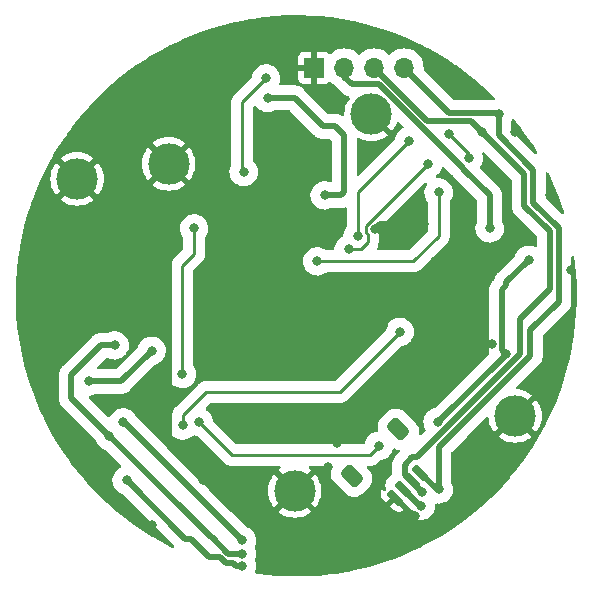
<source format=gbr>
%TF.GenerationSoftware,KiCad,Pcbnew,(6.0.4-0)*%
%TF.CreationDate,2022-11-04T09:41:37+01:00*%
%TF.ProjectId,RoundScanner,526f756e-6453-4636-916e-6e65722e6b69,2*%
%TF.SameCoordinates,Original*%
%TF.FileFunction,Copper,L2,Bot*%
%TF.FilePolarity,Positive*%
%FSLAX46Y46*%
G04 Gerber Fmt 4.6, Leading zero omitted, Abs format (unit mm)*
G04 Created by KiCad (PCBNEW (6.0.4-0)) date 2022-11-04 09:41:37*
%MOMM*%
%LPD*%
G01*
G04 APERTURE LIST*
G04 Aperture macros list*
%AMRoundRect*
0 Rectangle with rounded corners*
0 $1 Rounding radius*
0 $2 $3 $4 $5 $6 $7 $8 $9 X,Y pos of 4 corners*
0 Add a 4 corners polygon primitive as box body*
4,1,4,$2,$3,$4,$5,$6,$7,$8,$9,$2,$3,0*
0 Add four circle primitives for the rounded corners*
1,1,$1+$1,$2,$3*
1,1,$1+$1,$4,$5*
1,1,$1+$1,$6,$7*
1,1,$1+$1,$8,$9*
0 Add four rect primitives between the rounded corners*
20,1,$1+$1,$2,$3,$4,$5,0*
20,1,$1+$1,$4,$5,$6,$7,0*
20,1,$1+$1,$6,$7,$8,$9,0*
20,1,$1+$1,$8,$9,$2,$3,0*%
G04 Aperture macros list end*
%TA.AperFunction,ComponentPad*%
%ADD10C,3.500000*%
%TD*%
%TA.AperFunction,ComponentPad*%
%ADD11R,1.700000X1.700000*%
%TD*%
%TA.AperFunction,ComponentPad*%
%ADD12O,1.700000X1.700000*%
%TD*%
%TA.AperFunction,SMDPad,CuDef*%
%ADD13RoundRect,0.150000X0.335876X-0.548008X0.548008X-0.335876X-0.335876X0.548008X-0.548008X0.335876X0*%
%TD*%
%TA.AperFunction,SMDPad,CuDef*%
%ADD14RoundRect,0.250000X0.212132X-0.707107X0.707107X-0.212132X-0.212132X0.707107X-0.707107X0.212132X0*%
%TD*%
%TA.AperFunction,ViaPad*%
%ADD15C,0.800000*%
%TD*%
%TA.AperFunction,Conductor*%
%ADD16C,0.500000*%
%TD*%
%TA.AperFunction,Conductor*%
%ADD17C,0.250000*%
%TD*%
G04 APERTURE END LIST*
D10*
%TO.P,H2,1*%
%TO.N,GND*%
X78740000Y-95885000D03*
%TD*%
%TO.P,H1,1*%
%TO.N,GND*%
X89408000Y-123571000D03*
%TD*%
%TO.P,H4,1*%
%TO.N,GND*%
X95885000Y-91694000D03*
%TD*%
%TO.P,H3,1*%
%TO.N,GND*%
X108077000Y-117221000D03*
%TD*%
%TO.P,H5,1*%
%TO.N,GND*%
X70993000Y-97155000D03*
%TD*%
D11*
%TO.P,J1,1,Pin_1*%
%TO.N,GND*%
X91059000Y-87757000D03*
D12*
%TO.P,J1,2,Pin_2*%
%TO.N,+3V3*%
X93599000Y-87757000D03*
%TO.P,J1,3,Pin_3*%
%TO.N,SDA*%
X96139000Y-87757000D03*
%TO.P,J1,4,Pin_4*%
%TO.N,SCL*%
X98679000Y-87757000D03*
%TD*%
D13*
%TO.P,J3,1,Pin_1*%
%TO.N,GND*%
X97889553Y-124140874D03*
%TO.P,J3,2,Pin_2*%
%TO.N,+3V3*%
X98596660Y-123433767D03*
%TO.P,J3,3,Pin_3*%
%TO.N,SDA*%
X99303767Y-122726660D03*
%TO.P,J3,4,Pin_4*%
%TO.N,SCL*%
X100010874Y-122019553D03*
D14*
%TO.P,J3,MP*%
%TO.N,N/C*%
X98190074Y-118360276D03*
X94230276Y-122320074D03*
%TD*%
D15*
%TO.N,GND*%
X92837000Y-106426000D03*
X101282500Y-104076500D03*
X85566989Y-122682000D03*
X100584000Y-113665000D03*
X92964000Y-119507000D03*
X86487000Y-85344000D03*
X99568000Y-125730000D03*
X86614000Y-124968000D03*
X96178500Y-101421593D03*
X108538499Y-101727000D03*
X81915000Y-109220000D03*
X78740000Y-103759000D03*
X106084500Y-111124999D03*
X96901000Y-109601000D03*
X110896020Y-110719151D03*
X82931000Y-92456000D03*
X105283000Y-119126000D03*
X102489000Y-112522000D03*
X106680000Y-97028000D03*
X103378000Y-98552000D03*
X86360000Y-101854000D03*
X106934000Y-120904000D03*
X101600000Y-87884000D03*
X92329000Y-90932000D03*
X81661000Y-122682000D03*
X77470000Y-116713000D03*
X104076500Y-104076500D03*
X110998000Y-98552000D03*
X110490000Y-114046000D03*
X84074000Y-112522000D03*
X86614000Y-117602000D03*
X88265000Y-110109000D03*
X91440000Y-109855000D03*
X108077000Y-93218000D03*
X98171002Y-100965000D03*
X92202000Y-121539000D03*
X71882000Y-93091000D03*
X89408000Y-95377000D03*
X91821000Y-117475000D03*
X112776000Y-104902000D03*
X98552000Y-115062000D03*
X100330000Y-100965000D03*
X72263000Y-122301000D03*
X77343000Y-126492000D03*
%TO.N,Net-(C2-Pad2)*%
X91948000Y-98552000D03*
X87122000Y-90297000D03*
%TO.N,Net-(C3-Pad2)*%
X86995000Y-88646000D03*
X85093508Y-96559500D03*
%TO.N,+3V3*%
X75184000Y-122682000D03*
X101507312Y-117763312D03*
X77287688Y-111704688D03*
X100103447Y-124813553D03*
X72009000Y-114300000D03*
X84963000Y-129921000D03*
X107285812Y-111984812D03*
X109220000Y-104013000D03*
X105918000Y-101346000D03*
%TO.N,SDA*%
X74168000Y-111252000D03*
X100203000Y-123698000D03*
X105283000Y-93218000D03*
X73723500Y-118935500D03*
X84963000Y-128905000D03*
%TO.N,Net-(R29-Pad1)*%
X81280000Y-117729000D03*
X96520000Y-119761000D03*
%TO.N,Net-(R30-Pad1)*%
X79959688Y-118035187D03*
X98298000Y-110109000D03*
%TO.N,Net-(R31-Pad1)*%
X79883000Y-113665000D03*
X80899000Y-101346000D03*
%TO.N,SCL*%
X74888289Y-117770711D03*
X101600000Y-123444000D03*
X106680000Y-91694000D03*
X84963000Y-127762000D03*
%TO.N,+1V8*%
X100711000Y-95885000D03*
X93980000Y-103124000D03*
%TO.N,/MCU + IO/SCL_2v*%
X94742000Y-101981000D03*
X99060000Y-93980000D03*
%TO.N,/MCU + IO/SDA_2v*%
X91313000Y-104140000D03*
X102459812Y-93374188D03*
X101600000Y-98298000D03*
X104140000Y-95377000D03*
%TD*%
D16*
%TO.N,GND*%
X105028999Y-111124999D02*
X106084500Y-111124999D01*
X101282500Y-104076500D02*
X104076500Y-104076500D01*
X99568000Y-125730000D02*
X99478679Y-125730000D01*
X96635093Y-100965000D02*
X96178500Y-101421593D01*
X81661000Y-122682000D02*
X78740000Y-119761000D01*
X81661000Y-122682000D02*
X85566989Y-122682000D01*
X106489500Y-104076500D02*
X108538499Y-102027501D01*
X108538499Y-102027501D02*
X108538499Y-101727000D01*
X100330000Y-100965000D02*
X98171000Y-100965000D01*
X101282500Y-107378500D02*
X105028999Y-111124999D01*
X78740000Y-119761000D02*
X78740000Y-103759000D01*
X99478679Y-125730000D02*
X97889553Y-124140874D01*
X98171000Y-100965000D02*
X98171002Y-100965000D01*
X101282500Y-104076500D02*
X101282500Y-107378500D01*
X98171000Y-100965000D02*
X96635093Y-100965000D01*
X104076500Y-104076500D02*
X106489500Y-104076500D01*
%TO.N,Net-(C2-Pad2)*%
X93599000Y-93472000D02*
X92837000Y-92710000D01*
X93345000Y-98552000D02*
X93599000Y-98298000D01*
X91948000Y-98552000D02*
X93345000Y-98552000D01*
X92837000Y-92710000D02*
X91821000Y-92710000D01*
X93599000Y-98298000D02*
X93599000Y-93472000D01*
X89408000Y-90297000D02*
X87122000Y-90297000D01*
X91821000Y-92710000D02*
X89408000Y-90297000D01*
D17*
%TO.N,Net-(C3-Pad2)*%
X84963000Y-90678000D02*
X84963000Y-96428992D01*
X84963000Y-96428992D02*
X85093508Y-96559500D01*
X86995000Y-88646000D02*
X84963000Y-90678000D01*
D16*
%TO.N,+3V3*%
X94234000Y-89154000D02*
X96546742Y-89154000D01*
X103658742Y-96266000D02*
X103658742Y-96292742D01*
X80645000Y-127635000D02*
X80137000Y-127635000D01*
X83058000Y-129159000D02*
X82169000Y-129159000D01*
X93599000Y-87757000D02*
X93599000Y-88519000D01*
X84201000Y-129667000D02*
X83566000Y-129667000D01*
X105918000Y-98552000D02*
X105918000Y-101346000D01*
X84455000Y-129921000D02*
X84201000Y-129667000D01*
X107315000Y-105918000D02*
X107315000Y-106172000D01*
X99976446Y-124813553D02*
X98596660Y-123433767D01*
X106934000Y-106553000D02*
X106934000Y-111633000D01*
X107285812Y-111984812D02*
X107285812Y-112043188D01*
X82169000Y-129159000D02*
X80645000Y-127635000D01*
X101565688Y-117763312D02*
X101507312Y-117763312D01*
X80137000Y-127635000D02*
X75184000Y-122682000D01*
X74692376Y-114300000D02*
X72009000Y-114300000D01*
X107315000Y-106172000D02*
X106934000Y-106553000D01*
X83566000Y-129667000D02*
X83058000Y-129159000D01*
X77287688Y-111704688D02*
X74692376Y-114300000D01*
X96546742Y-89154000D02*
X103658742Y-96266000D01*
X107285812Y-112043188D02*
X101565688Y-117763312D01*
X106934000Y-111633000D02*
X107285812Y-111984812D01*
X100103447Y-124813553D02*
X99976446Y-124813553D01*
X84963000Y-129921000D02*
X84455000Y-129921000D01*
X103658742Y-96292742D02*
X105918000Y-98552000D01*
X93599000Y-88519000D02*
X94234000Y-89154000D01*
X109220000Y-104013000D02*
X107315000Y-105918000D01*
D17*
%TO.N,SDA*%
X73723500Y-118935500D02*
X82296000Y-127508000D01*
D16*
X99749975Y-120722025D02*
X99364536Y-120722025D01*
X100648511Y-92266511D02*
X96139000Y-87757000D01*
D17*
X70485000Y-115697000D02*
X73723500Y-118935500D01*
D16*
X70485000Y-115697000D02*
X70485000Y-113792000D01*
X98713346Y-122208346D02*
X100203000Y-123698000D01*
X82396258Y-127508000D02*
X82296000Y-127508000D01*
X110998000Y-101600000D02*
X110998000Y-106452743D01*
X74168000Y-111252000D02*
X73025000Y-111252000D01*
X104331511Y-92266511D02*
X100648511Y-92266511D01*
X98713346Y-121373215D02*
X98713346Y-122208346D01*
X83793258Y-128905000D02*
X82396258Y-127508000D01*
X108458000Y-108992743D02*
X108458000Y-112014000D01*
X110998000Y-106452743D02*
X108458000Y-108992743D01*
X105283000Y-93218000D02*
X104331511Y-92266511D01*
X105283000Y-93218000D02*
X108839000Y-96774000D01*
X99364536Y-120722025D02*
X98713346Y-121373215D01*
X108839000Y-96774000D02*
X108839000Y-99441000D01*
X108839000Y-99441000D02*
X110998000Y-101600000D01*
X73025000Y-111252000D02*
X70485000Y-113792000D01*
X84963000Y-128905000D02*
X83793258Y-128905000D01*
X82296000Y-127508000D02*
X70485000Y-115697000D01*
X108458000Y-112014000D02*
X99749975Y-120722025D01*
D17*
%TO.N,Net-(R29-Pad1)*%
X84079511Y-120528511D02*
X95752489Y-120528511D01*
X81280000Y-117729000D02*
X84079511Y-120528511D01*
X95752489Y-120528511D02*
X96520000Y-119761000D01*
%TO.N,Net-(R30-Pad1)*%
X79959688Y-118035187D02*
X79959688Y-117144312D01*
X81915000Y-115189000D02*
X93218000Y-115189000D01*
X93218000Y-115189000D02*
X98298000Y-110109000D01*
X79959688Y-117144312D02*
X81915000Y-115189000D01*
%TO.N,Net-(R31-Pad1)*%
X79883000Y-113665000D02*
X79883000Y-104521000D01*
X79883000Y-104521000D02*
X80899000Y-103505000D01*
X80899000Y-103505000D02*
X80899000Y-101346000D01*
D16*
%TO.N,SCL*%
X106680000Y-91694000D02*
X106553000Y-91567000D01*
X106553000Y-91567000D02*
X102489000Y-91567000D01*
X74971711Y-117770711D02*
X84963000Y-127762000D01*
X111760000Y-101346000D02*
X111760000Y-107569000D01*
X106680000Y-93472000D02*
X109601000Y-96393000D01*
X109347000Y-109982000D02*
X109347000Y-112141000D01*
X74888289Y-117770711D02*
X74971711Y-117770711D01*
X101600000Y-123444000D02*
X101435321Y-123444000D01*
X102489000Y-91567000D02*
X98679000Y-87757000D01*
X109347000Y-112141000D02*
X101600000Y-119888000D01*
X101600000Y-119888000D02*
X101600000Y-123444000D01*
X106680000Y-91694000D02*
X106680000Y-93472000D01*
X111760000Y-107569000D02*
X109347000Y-109982000D01*
X109601000Y-99187000D02*
X111760000Y-101346000D01*
X101435321Y-123444000D02*
X100010874Y-122019553D01*
X109601000Y-96393000D02*
X109601000Y-99187000D01*
D17*
%TO.N,+1V8*%
X100690493Y-95885000D02*
X100711000Y-95885000D01*
X95580999Y-102539001D02*
X95580999Y-101848692D01*
X94996000Y-103124000D02*
X95580999Y-102539001D01*
X95453999Y-101121494D02*
X100690493Y-95885000D01*
X95580999Y-101848692D02*
X95453999Y-101721692D01*
X95453999Y-101721692D02*
X95453999Y-101121494D01*
X93980000Y-103124000D02*
X94996000Y-103124000D01*
%TO.N,/MCU + IO/SCL_2v*%
X94742000Y-98298000D02*
X99060000Y-93980000D01*
X94742000Y-101981000D02*
X94742000Y-98298000D01*
%TO.N,/MCU + IO/SDA_2v*%
X99441000Y-104140000D02*
X91313000Y-104140000D01*
X104140000Y-95054376D02*
X102459812Y-93374188D01*
X101600000Y-101981000D02*
X99441000Y-104140000D01*
X101600000Y-98298000D02*
X101600000Y-101981000D01*
X104140000Y-95377000D02*
X104140000Y-95054376D01*
%TD*%
%TA.AperFunction,Conductor*%
%TO.N,GND*%
G36*
X89661911Y-83303557D02*
G01*
X90117705Y-83315094D01*
X90610228Y-83327561D01*
X90615247Y-83327789D01*
X91038663Y-83355541D01*
X91561797Y-83389830D01*
X91566836Y-83390262D01*
X92510133Y-83490239D01*
X92515151Y-83490873D01*
X93027061Y-83566008D01*
X93453667Y-83628623D01*
X93458628Y-83629453D01*
X93811217Y-83695756D01*
X94390913Y-83804768D01*
X94395864Y-83805803D01*
X95320299Y-84018376D01*
X95325204Y-84019608D01*
X96240380Y-84269114D01*
X96245232Y-84270542D01*
X97149651Y-84556571D01*
X97154441Y-84558192D01*
X98046675Y-84880296D01*
X98051397Y-84882109D01*
X98929952Y-85239747D01*
X98934597Y-85241747D01*
X99798133Y-85634373D01*
X99802694Y-85636559D01*
X100009895Y-85740997D01*
X100649737Y-86063505D01*
X100654183Y-86065857D01*
X101264512Y-86404865D01*
X101483453Y-86526476D01*
X101487824Y-86529020D01*
X102297918Y-87022534D01*
X102302184Y-87025252D01*
X102626023Y-87240817D01*
X103017385Y-87501329D01*
X103091806Y-87550868D01*
X103095954Y-87553750D01*
X103728765Y-88012671D01*
X103863869Y-88110650D01*
X103867896Y-88113696D01*
X104612852Y-88700972D01*
X104616726Y-88704154D01*
X105271630Y-89264484D01*
X105337520Y-89320859D01*
X105341293Y-89324221D01*
X105394687Y-89373751D01*
X106036721Y-89969323D01*
X106040359Y-89972836D01*
X106367444Y-90301638D01*
X106401306Y-90364039D01*
X106396056Y-90434841D01*
X106353361Y-90491566D01*
X106286776Y-90516202D01*
X106278116Y-90516500D01*
X102976321Y-90516500D01*
X102908200Y-90496498D01*
X102887226Y-90479595D01*
X100363277Y-87955645D01*
X100329251Y-87893333D01*
X100326760Y-87856664D01*
X100327766Y-87843891D01*
X100334604Y-87757000D01*
X100314221Y-87498006D01*
X100313067Y-87493199D01*
X100313066Y-87493193D01*
X100254728Y-87250202D01*
X100253573Y-87245390D01*
X100154154Y-87005372D01*
X100018412Y-86783860D01*
X99849689Y-86586311D01*
X99652140Y-86417588D01*
X99430628Y-86281846D01*
X99426058Y-86279953D01*
X99426054Y-86279951D01*
X99195183Y-86184321D01*
X99195181Y-86184320D01*
X99190610Y-86182427D01*
X99102276Y-86161220D01*
X98942807Y-86122934D01*
X98942801Y-86122933D01*
X98937994Y-86121779D01*
X98679000Y-86101396D01*
X98420006Y-86121779D01*
X98415199Y-86122933D01*
X98415193Y-86122934D01*
X98255724Y-86161220D01*
X98167390Y-86182427D01*
X98162819Y-86184320D01*
X98162817Y-86184321D01*
X97931946Y-86279951D01*
X97931942Y-86279953D01*
X97927372Y-86281846D01*
X97705860Y-86417588D01*
X97508311Y-86586311D01*
X97505103Y-86590067D01*
X97505098Y-86590072D01*
X97504811Y-86590408D01*
X97504670Y-86590500D01*
X97501595Y-86593575D01*
X97500949Y-86592929D01*
X97445361Y-86629217D01*
X97374366Y-86629725D01*
X97317075Y-86592905D01*
X97316405Y-86593575D01*
X97313326Y-86590496D01*
X97313189Y-86590408D01*
X97312902Y-86590072D01*
X97312897Y-86590067D01*
X97309689Y-86586311D01*
X97112140Y-86417588D01*
X96890628Y-86281846D01*
X96886058Y-86279953D01*
X96886054Y-86279951D01*
X96655183Y-86184321D01*
X96655181Y-86184320D01*
X96650610Y-86182427D01*
X96562276Y-86161220D01*
X96402807Y-86122934D01*
X96402801Y-86122933D01*
X96397994Y-86121779D01*
X96139000Y-86101396D01*
X95880006Y-86121779D01*
X95875199Y-86122933D01*
X95875193Y-86122934D01*
X95715724Y-86161220D01*
X95627390Y-86182427D01*
X95622819Y-86184320D01*
X95622817Y-86184321D01*
X95391946Y-86279951D01*
X95391942Y-86279953D01*
X95387372Y-86281846D01*
X95165860Y-86417588D01*
X94968311Y-86586311D01*
X94965103Y-86590067D01*
X94965098Y-86590072D01*
X94964811Y-86590408D01*
X94964670Y-86590500D01*
X94961595Y-86593575D01*
X94960949Y-86592929D01*
X94905361Y-86629217D01*
X94834366Y-86629725D01*
X94777075Y-86592905D01*
X94776405Y-86593575D01*
X94773326Y-86590496D01*
X94773189Y-86590408D01*
X94772902Y-86590072D01*
X94772897Y-86590067D01*
X94769689Y-86586311D01*
X94572140Y-86417588D01*
X94350628Y-86281846D01*
X94346058Y-86279953D01*
X94346054Y-86279951D01*
X94115183Y-86184321D01*
X94115181Y-86184320D01*
X94110610Y-86182427D01*
X94022276Y-86161220D01*
X93862807Y-86122934D01*
X93862801Y-86122933D01*
X93857994Y-86121779D01*
X93599000Y-86101396D01*
X93340006Y-86121779D01*
X93335199Y-86122933D01*
X93335193Y-86122934D01*
X93175724Y-86161220D01*
X93087390Y-86182427D01*
X93082819Y-86184320D01*
X93082817Y-86184321D01*
X92851946Y-86279951D01*
X92851942Y-86279953D01*
X92847372Y-86281846D01*
X92625860Y-86417588D01*
X92573610Y-86462214D01*
X92454318Y-86564099D01*
X92389528Y-86593130D01*
X92319328Y-86582525D01*
X92283392Y-86557383D01*
X92264724Y-86538715D01*
X92162649Y-86462214D01*
X92147054Y-86453676D01*
X92026606Y-86408522D01*
X92011351Y-86404895D01*
X91960486Y-86399369D01*
X91953672Y-86399000D01*
X91331115Y-86399000D01*
X91315876Y-86403475D01*
X91314671Y-86404865D01*
X91313000Y-86412548D01*
X91313000Y-89096884D01*
X91317475Y-89112123D01*
X91318865Y-89113328D01*
X91326548Y-89114999D01*
X91953669Y-89114999D01*
X91960490Y-89114629D01*
X92011352Y-89109105D01*
X92026604Y-89105479D01*
X92147054Y-89060324D01*
X92162649Y-89051786D01*
X92264724Y-88975285D01*
X92283392Y-88956617D01*
X92345704Y-88922591D01*
X92416519Y-88927656D01*
X92454318Y-88949901D01*
X92606642Y-89079998D01*
X92625860Y-89096412D01*
X92630083Y-89099000D01*
X92630086Y-89099002D01*
X92655591Y-89114631D01*
X92783225Y-89192845D01*
X92811320Y-89216295D01*
X92812173Y-89217249D01*
X92814369Y-89220000D01*
X92816857Y-89222488D01*
X92817836Y-89223583D01*
X92821548Y-89227928D01*
X92846094Y-89258025D01*
X92846097Y-89258028D01*
X92849989Y-89262800D01*
X92854736Y-89266727D01*
X92854738Y-89266729D01*
X92886983Y-89293404D01*
X92895763Y-89301394D01*
X93445828Y-89851459D01*
X93454929Y-89861601D01*
X93479815Y-89892553D01*
X93519863Y-89926157D01*
X93523475Y-89929309D01*
X93525655Y-89931286D01*
X93527842Y-89933473D01*
X93530225Y-89935430D01*
X93530230Y-89935435D01*
X93562418Y-89961875D01*
X93563433Y-89962718D01*
X93632907Y-90021014D01*
X93632914Y-90021019D01*
X93637630Y-90024976D01*
X93642494Y-90027650D01*
X93646783Y-90031173D01*
X93732230Y-90076989D01*
X93733232Y-90077534D01*
X93812749Y-90121249D01*
X93812756Y-90121252D01*
X93818162Y-90124224D01*
X93823453Y-90125902D01*
X93828344Y-90128525D01*
X93834236Y-90130327D01*
X93834240Y-90130328D01*
X93920963Y-90156842D01*
X93922222Y-90157234D01*
X93988436Y-90178238D01*
X94047320Y-90217901D01*
X94075413Y-90283103D01*
X94063796Y-90353143D01*
X94055103Y-90368342D01*
X93927613Y-90559145D01*
X93923492Y-90566282D01*
X93796228Y-90824349D01*
X93793078Y-90831953D01*
X93700588Y-91104420D01*
X93698454Y-91112383D01*
X93642317Y-91394600D01*
X93641244Y-91402751D01*
X93622425Y-91689881D01*
X93622425Y-91698121D01*
X93624075Y-91723296D01*
X93608571Y-91792579D01*
X93558071Y-91842481D01*
X93488608Y-91857159D01*
X93433942Y-91837888D01*
X93433330Y-91839001D01*
X93432683Y-91838645D01*
X93427987Y-91835789D01*
X93427700Y-91835688D01*
X93424217Y-91832827D01*
X93338770Y-91787011D01*
X93337768Y-91786466D01*
X93258251Y-91742751D01*
X93258244Y-91742748D01*
X93252838Y-91739776D01*
X93247547Y-91738098D01*
X93242656Y-91735475D01*
X93236764Y-91733673D01*
X93236760Y-91733672D01*
X93150037Y-91707158D01*
X93148778Y-91706766D01*
X93113393Y-91695542D01*
X93056468Y-91677484D01*
X93050954Y-91676866D01*
X93045644Y-91675242D01*
X92949173Y-91665442D01*
X92948038Y-91665321D01*
X92917366Y-91661881D01*
X92899634Y-91659892D01*
X92899628Y-91659892D01*
X92896136Y-91659500D01*
X92892610Y-91659500D01*
X92891141Y-91659418D01*
X92885455Y-91658971D01*
X92860916Y-91656478D01*
X92846811Y-91655045D01*
X92846808Y-91655045D01*
X92840685Y-91654423D01*
X92796846Y-91658567D01*
X92792890Y-91658941D01*
X92781032Y-91659500D01*
X92308321Y-91659500D01*
X92240200Y-91639498D01*
X92219226Y-91622595D01*
X91222854Y-90626222D01*
X90196168Y-89599536D01*
X90187066Y-89589393D01*
X90166050Y-89563254D01*
X90166049Y-89563253D01*
X90162185Y-89558447D01*
X90122180Y-89524879D01*
X90118548Y-89521710D01*
X90116338Y-89519706D01*
X90114159Y-89517527D01*
X90079502Y-89489060D01*
X90078614Y-89488323D01*
X90004370Y-89426024D01*
X89999506Y-89423350D01*
X89995217Y-89419827D01*
X89909770Y-89374011D01*
X89908768Y-89373466D01*
X89829251Y-89329751D01*
X89829244Y-89329748D01*
X89823838Y-89326776D01*
X89818547Y-89325098D01*
X89813656Y-89322475D01*
X89807764Y-89320673D01*
X89807760Y-89320672D01*
X89721037Y-89294158D01*
X89719778Y-89293766D01*
X89684393Y-89282542D01*
X89627468Y-89264484D01*
X89621954Y-89263866D01*
X89616644Y-89262242D01*
X89520173Y-89252442D01*
X89519038Y-89252321D01*
X89488366Y-89248881D01*
X89470634Y-89246892D01*
X89470628Y-89246892D01*
X89467136Y-89246500D01*
X89463610Y-89246500D01*
X89462141Y-89246418D01*
X89456455Y-89245971D01*
X89431916Y-89243478D01*
X89417811Y-89242045D01*
X89417808Y-89242045D01*
X89411685Y-89241423D01*
X89367846Y-89245567D01*
X89363890Y-89245941D01*
X89352032Y-89246500D01*
X88234861Y-89246500D01*
X88166740Y-89226498D01*
X88120247Y-89172842D01*
X88110143Y-89102568D01*
X88115546Y-89080005D01*
X88167331Y-88927452D01*
X88168159Y-88921743D01*
X88168160Y-88921738D01*
X88195940Y-88730140D01*
X88198991Y-88709098D01*
X88200495Y-88651669D01*
X89701001Y-88651669D01*
X89701371Y-88658490D01*
X89706895Y-88709352D01*
X89710521Y-88724604D01*
X89755676Y-88845054D01*
X89764214Y-88860649D01*
X89840715Y-88962724D01*
X89853276Y-88975285D01*
X89955351Y-89051786D01*
X89970946Y-89060324D01*
X90091394Y-89105478D01*
X90106649Y-89109105D01*
X90157514Y-89114631D01*
X90164328Y-89115000D01*
X90786885Y-89115000D01*
X90802124Y-89110525D01*
X90803329Y-89109135D01*
X90805000Y-89101452D01*
X90805000Y-88029115D01*
X90800525Y-88013876D01*
X90799135Y-88012671D01*
X90791452Y-88011000D01*
X89719116Y-88011000D01*
X89703877Y-88015475D01*
X89702672Y-88016865D01*
X89701001Y-88024548D01*
X89701001Y-88651669D01*
X88200495Y-88651669D01*
X88200643Y-88646000D01*
X88180454Y-88426289D01*
X88120565Y-88213936D01*
X88022980Y-88016053D01*
X87947200Y-87914571D01*
X87894420Y-87843891D01*
X87894420Y-87843890D01*
X87890967Y-87839267D01*
X87728949Y-87689499D01*
X87542350Y-87571764D01*
X87337421Y-87490006D01*
X87331761Y-87488880D01*
X87331757Y-87488879D01*
X87311678Y-87484885D01*
X89701000Y-87484885D01*
X89705475Y-87500124D01*
X89706865Y-87501329D01*
X89714548Y-87503000D01*
X90786885Y-87503000D01*
X90802124Y-87498525D01*
X90803329Y-87497135D01*
X90805000Y-87489452D01*
X90805000Y-86417116D01*
X90800525Y-86401877D01*
X90799135Y-86400672D01*
X90791452Y-86399001D01*
X90164331Y-86399001D01*
X90157510Y-86399371D01*
X90106648Y-86404895D01*
X90091396Y-86408521D01*
X89970946Y-86453676D01*
X89955351Y-86462214D01*
X89853276Y-86538715D01*
X89840715Y-86551276D01*
X89764214Y-86653351D01*
X89755676Y-86668946D01*
X89710522Y-86789394D01*
X89706895Y-86804649D01*
X89701369Y-86855514D01*
X89701000Y-86862328D01*
X89701000Y-87484885D01*
X87311678Y-87484885D01*
X87126691Y-87448089D01*
X87126688Y-87448089D01*
X87121024Y-87446962D01*
X87115249Y-87446886D01*
X87115245Y-87446886D01*
X87004504Y-87445437D01*
X86900406Y-87444074D01*
X86894709Y-87445053D01*
X86894708Y-87445053D01*
X86688654Y-87480459D01*
X86688653Y-87480459D01*
X86682957Y-87481438D01*
X86475957Y-87557804D01*
X86286341Y-87670614D01*
X86120457Y-87816090D01*
X85983863Y-87989360D01*
X85881131Y-88184620D01*
X85815703Y-88395333D01*
X85815024Y-88401070D01*
X85804580Y-88489312D01*
X85776710Y-88554609D01*
X85768548Y-88563597D01*
X84367091Y-89965054D01*
X84352059Y-89977893D01*
X84340308Y-89986431D01*
X84335895Y-89991333D01*
X84335893Y-89991334D01*
X84293631Y-90038271D01*
X84289090Y-90043055D01*
X84274275Y-90057870D01*
X84272199Y-90060434D01*
X84261080Y-90074164D01*
X84256796Y-90079179D01*
X84214553Y-90126095D01*
X84214550Y-90126099D01*
X84210130Y-90131008D01*
X84202869Y-90143585D01*
X84191674Y-90159873D01*
X84186692Y-90166026D01*
X84182535Y-90171160D01*
X84179537Y-90177044D01*
X84150882Y-90233283D01*
X84147734Y-90239081D01*
X84122318Y-90283103D01*
X84112856Y-90299492D01*
X84108370Y-90313299D01*
X84100805Y-90331563D01*
X84094212Y-90344503D01*
X84092504Y-90350876D01*
X84092504Y-90350877D01*
X84076159Y-90411878D01*
X84074287Y-90418196D01*
X84052738Y-90484518D01*
X84052048Y-90491084D01*
X84051221Y-90498951D01*
X84047618Y-90518393D01*
X84043859Y-90532422D01*
X84043514Y-90539014D01*
X84043513Y-90539017D01*
X84040209Y-90602062D01*
X84039692Y-90608636D01*
X84037844Y-90626222D01*
X84037500Y-90629496D01*
X84037500Y-90650464D01*
X84037327Y-90657058D01*
X84033677Y-90726703D01*
X84034709Y-90733219D01*
X84035949Y-90741047D01*
X84037500Y-90760758D01*
X84037500Y-95957022D01*
X84023008Y-96015689D01*
X83979639Y-96098120D01*
X83914211Y-96308833D01*
X83888278Y-96527940D01*
X83902708Y-96748104D01*
X83904129Y-96753700D01*
X83904130Y-96753705D01*
X83936628Y-96881664D01*
X83957019Y-96961952D01*
X83959436Y-96967194D01*
X83959436Y-96967195D01*
X84019302Y-97097054D01*
X84049391Y-97162321D01*
X84176730Y-97342502D01*
X84334772Y-97496461D01*
X84339568Y-97499666D01*
X84339571Y-97499668D01*
X84450309Y-97573660D01*
X84518225Y-97619040D01*
X84523528Y-97621318D01*
X84523531Y-97621320D01*
X84654322Y-97677512D01*
X84720944Y-97706135D01*
X84791455Y-97722090D01*
X84930503Y-97753554D01*
X84930509Y-97753555D01*
X84936140Y-97754829D01*
X84941911Y-97755056D01*
X84941913Y-97755056D01*
X85009719Y-97757720D01*
X85156606Y-97763491D01*
X85265783Y-97747661D01*
X85369246Y-97732660D01*
X85369251Y-97732659D01*
X85374960Y-97731831D01*
X85380424Y-97729976D01*
X85380429Y-97729975D01*
X85578415Y-97662768D01*
X85578420Y-97662766D01*
X85583887Y-97660910D01*
X85600487Y-97651614D01*
X85764903Y-97559536D01*
X85776392Y-97553102D01*
X85783406Y-97547269D01*
X85941594Y-97415704D01*
X85946026Y-97412018D01*
X86003842Y-97342502D01*
X86083416Y-97246826D01*
X86083418Y-97246823D01*
X86087110Y-97242384D01*
X86177128Y-97081645D01*
X86192094Y-97054922D01*
X86192095Y-97054920D01*
X86194918Y-97049879D01*
X86196774Y-97044412D01*
X86196776Y-97044407D01*
X86263983Y-96846421D01*
X86263984Y-96846416D01*
X86265839Y-96840952D01*
X86266667Y-96835243D01*
X86266668Y-96835238D01*
X86288989Y-96681290D01*
X86297499Y-96622598D01*
X86299151Y-96559500D01*
X86278962Y-96339789D01*
X86266598Y-96295947D01*
X86234216Y-96181130D01*
X86219073Y-96127436D01*
X86121488Y-95929553D01*
X86090434Y-95887966D01*
X85992928Y-95757391D01*
X85992928Y-95757390D01*
X85989475Y-95752767D01*
X85928971Y-95696838D01*
X85892526Y-95635910D01*
X85888500Y-95604313D01*
X85888500Y-91113545D01*
X85908502Y-91045424D01*
X85925405Y-91024450D01*
X85960641Y-90989214D01*
X86022953Y-90955188D01*
X86093768Y-90960253D01*
X86152633Y-91005590D01*
X86201886Y-91075283D01*
X86201892Y-91075289D01*
X86205222Y-91080002D01*
X86363264Y-91233961D01*
X86368060Y-91237166D01*
X86368063Y-91237168D01*
X86514226Y-91334830D01*
X86546717Y-91356540D01*
X86552020Y-91358818D01*
X86552023Y-91358820D01*
X86744129Y-91441355D01*
X86749436Y-91443635D01*
X86829088Y-91461658D01*
X86958995Y-91491054D01*
X86959001Y-91491055D01*
X86964632Y-91492329D01*
X86970403Y-91492556D01*
X86970405Y-91492556D01*
X87038211Y-91495220D01*
X87185098Y-91500991D01*
X87294275Y-91485161D01*
X87397738Y-91470160D01*
X87397743Y-91470159D01*
X87403452Y-91469331D01*
X87408916Y-91467476D01*
X87408921Y-91467475D01*
X87606907Y-91400268D01*
X87606912Y-91400266D01*
X87612379Y-91398410D01*
X87674598Y-91363565D01*
X87736163Y-91347500D01*
X88920679Y-91347500D01*
X88988800Y-91367502D01*
X89009774Y-91384405D01*
X90065827Y-92440459D01*
X91032832Y-93407464D01*
X91041933Y-93417606D01*
X91066815Y-93448553D01*
X91106820Y-93482121D01*
X91110452Y-93485290D01*
X91112662Y-93487294D01*
X91114841Y-93489473D01*
X91149498Y-93517940D01*
X91150386Y-93518677D01*
X91224630Y-93580976D01*
X91229494Y-93583650D01*
X91233783Y-93587173D01*
X91239214Y-93590085D01*
X91239223Y-93590091D01*
X91319111Y-93632926D01*
X91320271Y-93633555D01*
X91405162Y-93680224D01*
X91410457Y-93681904D01*
X91415344Y-93684524D01*
X91421234Y-93686325D01*
X91421237Y-93686326D01*
X91460906Y-93698454D01*
X91507918Y-93712827D01*
X91509123Y-93713202D01*
X91538744Y-93722598D01*
X91595655Y-93740652D01*
X91595658Y-93740653D01*
X91601532Y-93742516D01*
X91607046Y-93743134D01*
X91612356Y-93744758D01*
X91708827Y-93754558D01*
X91709962Y-93754679D01*
X91740634Y-93758119D01*
X91758366Y-93760108D01*
X91758372Y-93760108D01*
X91761864Y-93760500D01*
X91765390Y-93760500D01*
X91766859Y-93760582D01*
X91772545Y-93761029D01*
X91797084Y-93763522D01*
X91811189Y-93764955D01*
X91811192Y-93764955D01*
X91817315Y-93765577D01*
X91865109Y-93761059D01*
X91876968Y-93760500D01*
X92349679Y-93760500D01*
X92417800Y-93780502D01*
X92438774Y-93797405D01*
X92511595Y-93870226D01*
X92545621Y-93932538D01*
X92548500Y-93959321D01*
X92548500Y-97313043D01*
X92528498Y-97381164D01*
X92474842Y-97427657D01*
X92404568Y-97437761D01*
X92375815Y-97430075D01*
X92290421Y-97396006D01*
X92284761Y-97394880D01*
X92284757Y-97394879D01*
X92079691Y-97354089D01*
X92079688Y-97354089D01*
X92074024Y-97352962D01*
X92068249Y-97352886D01*
X92068245Y-97352886D01*
X91957504Y-97351437D01*
X91853406Y-97350074D01*
X91847709Y-97351053D01*
X91847708Y-97351053D01*
X91641654Y-97386459D01*
X91641653Y-97386459D01*
X91635957Y-97387438D01*
X91428957Y-97463804D01*
X91423996Y-97466756D01*
X91423995Y-97466756D01*
X91274113Y-97555927D01*
X91239341Y-97576614D01*
X91073457Y-97722090D01*
X90936863Y-97895360D01*
X90834131Y-98090620D01*
X90768703Y-98301333D01*
X90742770Y-98520440D01*
X90757200Y-98740604D01*
X90758621Y-98746200D01*
X90758622Y-98746205D01*
X90806118Y-98933216D01*
X90811511Y-98954452D01*
X90903883Y-99154821D01*
X91031222Y-99335002D01*
X91189264Y-99488961D01*
X91194060Y-99492166D01*
X91194063Y-99492168D01*
X91294833Y-99559500D01*
X91372717Y-99611540D01*
X91378020Y-99613818D01*
X91378023Y-99613820D01*
X91524651Y-99676816D01*
X91575436Y-99698635D01*
X91655088Y-99716658D01*
X91784995Y-99746054D01*
X91785001Y-99746055D01*
X91790632Y-99747329D01*
X91796403Y-99747556D01*
X91796405Y-99747556D01*
X91864211Y-99750220D01*
X92011098Y-99755991D01*
X92125806Y-99739359D01*
X92223738Y-99725160D01*
X92223743Y-99725159D01*
X92229452Y-99724331D01*
X92234916Y-99722476D01*
X92234921Y-99722475D01*
X92432907Y-99655268D01*
X92432912Y-99655266D01*
X92438379Y-99653410D01*
X92500598Y-99618565D01*
X92562163Y-99602500D01*
X93280868Y-99602500D01*
X93294476Y-99603237D01*
X93327822Y-99606860D01*
X93327826Y-99606860D01*
X93333947Y-99607525D01*
X93351832Y-99605960D01*
X93385972Y-99602974D01*
X93390796Y-99602645D01*
X93393759Y-99602500D01*
X93396841Y-99602500D01*
X93403848Y-99601813D01*
X93441392Y-99598132D01*
X93442705Y-99598010D01*
X93489586Y-99593908D01*
X93539176Y-99589570D01*
X93544505Y-99588022D01*
X93550030Y-99587480D01*
X93642824Y-99559463D01*
X93643839Y-99559162D01*
X93655351Y-99555818D01*
X93726345Y-99556022D01*
X93785961Y-99594577D01*
X93815268Y-99659243D01*
X93816500Y-99676816D01*
X93816500Y-101172037D01*
X93796498Y-101240158D01*
X93789450Y-101250042D01*
X93730863Y-101324360D01*
X93628131Y-101519620D01*
X93562703Y-101730333D01*
X93562024Y-101736070D01*
X93538566Y-101934266D01*
X93510696Y-101999563D01*
X93467682Y-102033182D01*
X93466377Y-102033805D01*
X93460957Y-102035804D01*
X93385129Y-102080917D01*
X93284810Y-102140601D01*
X93271341Y-102148614D01*
X93105457Y-102294090D01*
X92968863Y-102467360D01*
X92866131Y-102662620D01*
X92800703Y-102873333D01*
X92774770Y-103092440D01*
X92774827Y-103093309D01*
X92753542Y-103159366D01*
X92698690Y-103204442D01*
X92649359Y-103214500D01*
X92129253Y-103214500D01*
X92061132Y-103194498D01*
X92052548Y-103188462D01*
X92051194Y-103187423D01*
X92046949Y-103183499D01*
X91860350Y-103065764D01*
X91655421Y-102984006D01*
X91649761Y-102982880D01*
X91649757Y-102982879D01*
X91444691Y-102942089D01*
X91444688Y-102942089D01*
X91439024Y-102940962D01*
X91433249Y-102940886D01*
X91433245Y-102940886D01*
X91322504Y-102939437D01*
X91218406Y-102938074D01*
X91212709Y-102939053D01*
X91212708Y-102939053D01*
X91006654Y-102974459D01*
X91006653Y-102974459D01*
X91000957Y-102975438D01*
X90793957Y-103051804D01*
X90788996Y-103054756D01*
X90788995Y-103054756D01*
X90614534Y-103158550D01*
X90604341Y-103164614D01*
X90438457Y-103310090D01*
X90301863Y-103483360D01*
X90199131Y-103678620D01*
X90133703Y-103889333D01*
X90107770Y-104108440D01*
X90122200Y-104328604D01*
X90123621Y-104334200D01*
X90123622Y-104334205D01*
X90164906Y-104496757D01*
X90176511Y-104542452D01*
X90178928Y-104547694D01*
X90178928Y-104547695D01*
X90266465Y-104737576D01*
X90268883Y-104742821D01*
X90396222Y-104923002D01*
X90554264Y-105076961D01*
X90559060Y-105080166D01*
X90559063Y-105080168D01*
X90668247Y-105153122D01*
X90737717Y-105199540D01*
X90743020Y-105201818D01*
X90743023Y-105201820D01*
X90848071Y-105246952D01*
X90940436Y-105286635D01*
X91020088Y-105304658D01*
X91149995Y-105334054D01*
X91150001Y-105334055D01*
X91155632Y-105335329D01*
X91161403Y-105335556D01*
X91161405Y-105335556D01*
X91229211Y-105338220D01*
X91376098Y-105343991D01*
X91485275Y-105328161D01*
X91588738Y-105313160D01*
X91588743Y-105313159D01*
X91594452Y-105312331D01*
X91599916Y-105310476D01*
X91599921Y-105310475D01*
X91797907Y-105243268D01*
X91797912Y-105243266D01*
X91803379Y-105241410D01*
X91995884Y-105133602D01*
X92000415Y-105129834D01*
X92042747Y-105094626D01*
X92107911Y-105066445D01*
X92123317Y-105065500D01*
X99358242Y-105065500D01*
X99377951Y-105067051D01*
X99392297Y-105069323D01*
X99398884Y-105068978D01*
X99398889Y-105068978D01*
X99461942Y-105065673D01*
X99468536Y-105065500D01*
X99489504Y-105065500D01*
X99492776Y-105065156D01*
X99492778Y-105065156D01*
X99510364Y-105063308D01*
X99516938Y-105062791D01*
X99579983Y-105059487D01*
X99579986Y-105059486D01*
X99586578Y-105059141D01*
X99600607Y-105055382D01*
X99620049Y-105051779D01*
X99634482Y-105050262D01*
X99700804Y-105028713D01*
X99707115Y-105026843D01*
X99774497Y-105008788D01*
X99780377Y-105005792D01*
X99787437Y-105002195D01*
X99805701Y-104994630D01*
X99819508Y-104990144D01*
X99825224Y-104986844D01*
X99825226Y-104986843D01*
X99879919Y-104955266D01*
X99885717Y-104952118D01*
X99941956Y-104923463D01*
X99947840Y-104920465D01*
X99952974Y-104916308D01*
X99959127Y-104911326D01*
X99975412Y-104900133D01*
X99987992Y-104892870D01*
X99992901Y-104888450D01*
X99992905Y-104888447D01*
X100039821Y-104846204D01*
X100044836Y-104841920D01*
X100058566Y-104830801D01*
X100061130Y-104828725D01*
X100075945Y-104813910D01*
X100080729Y-104809369D01*
X100127666Y-104767107D01*
X100127667Y-104767105D01*
X100132569Y-104762692D01*
X100141107Y-104750941D01*
X100153946Y-104735909D01*
X102195909Y-102693946D01*
X102210941Y-102681107D01*
X102222692Y-102672569D01*
X102269369Y-102620729D01*
X102273910Y-102615945D01*
X102288725Y-102601130D01*
X102297107Y-102590779D01*
X102301920Y-102584836D01*
X102306204Y-102579821D01*
X102348447Y-102532905D01*
X102348450Y-102532901D01*
X102352870Y-102527992D01*
X102360133Y-102515412D01*
X102371326Y-102499127D01*
X102376308Y-102492974D01*
X102376310Y-102492972D01*
X102380465Y-102487840D01*
X102412118Y-102425717D01*
X102415266Y-102419919D01*
X102446843Y-102365226D01*
X102446844Y-102365224D01*
X102450144Y-102359508D01*
X102454630Y-102345700D01*
X102462195Y-102327437D01*
X102465792Y-102320377D01*
X102468788Y-102314497D01*
X102486843Y-102247115D01*
X102488715Y-102240797D01*
X102508222Y-102180761D01*
X102508222Y-102180760D01*
X102510262Y-102174482D01*
X102511779Y-102160049D01*
X102515382Y-102140607D01*
X102519141Y-102126578D01*
X102521199Y-102087322D01*
X102522791Y-102056938D01*
X102523308Y-102050364D01*
X102525156Y-102032778D01*
X102525156Y-102032776D01*
X102525500Y-102029504D01*
X102525500Y-102008536D01*
X102525673Y-102001942D01*
X102528978Y-101938889D01*
X102528978Y-101938884D01*
X102529323Y-101932297D01*
X102527051Y-101917951D01*
X102525500Y-101898242D01*
X102525500Y-99108317D01*
X102545502Y-99040196D01*
X102554626Y-99027747D01*
X102589908Y-98985326D01*
X102589910Y-98985323D01*
X102593602Y-98980884D01*
X102701410Y-98788379D01*
X102703266Y-98782912D01*
X102703268Y-98782907D01*
X102770475Y-98584921D01*
X102770476Y-98584916D01*
X102772331Y-98579452D01*
X102773159Y-98573743D01*
X102773160Y-98573738D01*
X102803458Y-98364772D01*
X102803991Y-98361098D01*
X102805643Y-98298000D01*
X102785454Y-98078289D01*
X102782951Y-98069412D01*
X102727134Y-97871500D01*
X102725565Y-97865936D01*
X102627980Y-97668053D01*
X102624034Y-97662768D01*
X102499420Y-97495891D01*
X102499420Y-97495890D01*
X102495967Y-97491267D01*
X102385810Y-97389439D01*
X102338189Y-97345418D01*
X102338186Y-97345416D01*
X102333949Y-97341499D01*
X102147350Y-97223764D01*
X101972156Y-97153869D01*
X101947785Y-97144146D01*
X101942421Y-97142006D01*
X101936761Y-97140880D01*
X101936757Y-97140879D01*
X101731691Y-97100089D01*
X101731688Y-97100089D01*
X101726024Y-97098962D01*
X101720249Y-97098886D01*
X101720245Y-97098886D01*
X101609504Y-97097437D01*
X101505406Y-97096074D01*
X101499703Y-97097054D01*
X101499702Y-97097054D01*
X101498710Y-97097224D01*
X101498236Y-97097169D01*
X101493953Y-97097506D01*
X101493887Y-97096664D01*
X101428186Y-97089043D01*
X101373281Y-97044033D01*
X101351426Y-96976484D01*
X101369560Y-96907843D01*
X101396809Y-96876169D01*
X101406978Y-96867712D01*
X101563518Y-96737518D01*
X101661182Y-96620091D01*
X101700908Y-96572326D01*
X101700910Y-96572323D01*
X101704602Y-96567884D01*
X101812410Y-96375379D01*
X101866410Y-96216300D01*
X101907247Y-96158224D01*
X101973000Y-96131446D01*
X102042792Y-96144467D01*
X102074818Y-96167707D01*
X102763706Y-96856595D01*
X102773021Y-96868096D01*
X102773502Y-96867712D01*
X102773958Y-96868284D01*
X102777612Y-96873298D01*
X102779524Y-96876893D01*
X102783414Y-96881663D01*
X102783415Y-96881664D01*
X102840806Y-96952032D01*
X102841634Y-96953059D01*
X102874111Y-96993742D01*
X102876603Y-96996234D01*
X102877575Y-96997321D01*
X102881290Y-97001670D01*
X102905836Y-97031767D01*
X102905839Y-97031770D01*
X102909731Y-97036542D01*
X102914478Y-97040469D01*
X102914480Y-97040471D01*
X102946725Y-97067146D01*
X102955505Y-97075136D01*
X104830595Y-98950227D01*
X104864621Y-99012539D01*
X104867500Y-99039322D01*
X104867500Y-100733053D01*
X104853008Y-100791720D01*
X104804131Y-100884620D01*
X104738703Y-101095333D01*
X104712770Y-101314440D01*
X104727200Y-101534604D01*
X104728621Y-101540200D01*
X104728622Y-101540205D01*
X104771671Y-101709709D01*
X104781511Y-101748452D01*
X104783928Y-101753694D01*
X104783928Y-101753695D01*
X104822046Y-101836379D01*
X104873883Y-101948821D01*
X105001222Y-102129002D01*
X105159264Y-102282961D01*
X105164060Y-102286166D01*
X105164063Y-102286168D01*
X105248261Y-102342427D01*
X105342717Y-102405540D01*
X105348020Y-102407818D01*
X105348023Y-102407820D01*
X105520580Y-102481956D01*
X105545436Y-102492635D01*
X105608160Y-102506828D01*
X105754995Y-102540054D01*
X105755001Y-102540055D01*
X105760632Y-102541329D01*
X105766403Y-102541556D01*
X105766405Y-102541556D01*
X105834211Y-102544220D01*
X105981098Y-102549991D01*
X106090275Y-102534161D01*
X106193738Y-102519160D01*
X106193743Y-102519159D01*
X106199452Y-102518331D01*
X106204916Y-102516476D01*
X106204921Y-102516475D01*
X106402907Y-102449268D01*
X106402912Y-102449266D01*
X106408379Y-102447410D01*
X106600884Y-102339602D01*
X106619103Y-102324450D01*
X106766086Y-102202204D01*
X106770518Y-102198518D01*
X106843500Y-102110767D01*
X106907908Y-102033326D01*
X106907910Y-102033323D01*
X106911602Y-102028884D01*
X107019410Y-101836379D01*
X107021266Y-101830912D01*
X107021268Y-101830907D01*
X107088475Y-101632921D01*
X107088476Y-101632916D01*
X107090331Y-101627452D01*
X107091159Y-101621743D01*
X107091160Y-101621738D01*
X107121458Y-101412772D01*
X107121991Y-101409098D01*
X107123643Y-101346000D01*
X107103454Y-101126289D01*
X107043565Y-100913936D01*
X106981494Y-100788068D01*
X106968500Y-100732340D01*
X106968500Y-98616132D01*
X106969237Y-98602524D01*
X106972860Y-98569178D01*
X106972860Y-98569174D01*
X106973525Y-98563053D01*
X106971127Y-98535639D01*
X106968974Y-98511028D01*
X106968645Y-98506204D01*
X106968500Y-98503241D01*
X106968500Y-98500159D01*
X106967171Y-98486604D01*
X106964132Y-98455608D01*
X106964010Y-98454295D01*
X106959908Y-98407414D01*
X106955570Y-98357824D01*
X106954022Y-98352495D01*
X106953480Y-98346970D01*
X106925467Y-98254187D01*
X106925125Y-98253032D01*
X106899814Y-98165911D01*
X106898094Y-98159990D01*
X106895538Y-98155060D01*
X106893935Y-98149749D01*
X106882773Y-98128756D01*
X106848437Y-98064177D01*
X106847825Y-98063011D01*
X106806121Y-97982558D01*
X106803286Y-97977088D01*
X106799826Y-97972753D01*
X106797218Y-97967849D01*
X106735936Y-97892710D01*
X106735108Y-97891683D01*
X106704829Y-97853753D01*
X106704826Y-97853750D01*
X106702631Y-97851000D01*
X106700139Y-97848508D01*
X106699167Y-97847421D01*
X106695452Y-97843072D01*
X106670906Y-97812975D01*
X106670903Y-97812972D01*
X106667011Y-97808200D01*
X106630016Y-97777595D01*
X106621237Y-97769606D01*
X105114047Y-96262415D01*
X105080021Y-96200103D01*
X105085086Y-96129287D01*
X105106267Y-96092751D01*
X105129908Y-96064325D01*
X105133602Y-96059884D01*
X105229881Y-95887966D01*
X105238586Y-95872422D01*
X105238587Y-95872420D01*
X105241410Y-95867379D01*
X105243266Y-95861912D01*
X105243268Y-95861907D01*
X105310475Y-95663921D01*
X105310476Y-95663916D01*
X105312331Y-95658452D01*
X105313159Y-95652743D01*
X105313160Y-95652738D01*
X105343458Y-95443772D01*
X105343991Y-95440098D01*
X105345643Y-95377000D01*
X105325454Y-95157289D01*
X105294994Y-95049285D01*
X105295754Y-94978293D01*
X105334775Y-94918981D01*
X105399668Y-94890182D01*
X105469830Y-94901038D01*
X105505358Y-94925989D01*
X107751595Y-97172226D01*
X107785621Y-97234538D01*
X107788500Y-97261321D01*
X107788500Y-99376868D01*
X107787763Y-99390476D01*
X107785316Y-99413004D01*
X107783475Y-99429947D01*
X107784012Y-99436083D01*
X107788026Y-99481972D01*
X107788355Y-99486796D01*
X107788500Y-99489759D01*
X107788500Y-99492841D01*
X107788801Y-99495910D01*
X107792868Y-99537392D01*
X107792990Y-99538705D01*
X107794915Y-99560706D01*
X107801430Y-99635176D01*
X107802978Y-99640505D01*
X107803520Y-99646030D01*
X107831533Y-99738813D01*
X107831871Y-99739955D01*
X107858906Y-99833010D01*
X107861462Y-99837940D01*
X107863065Y-99843251D01*
X107865961Y-99848698D01*
X107865962Y-99848700D01*
X107908563Y-99928823D01*
X107909175Y-99929989D01*
X107953714Y-100015912D01*
X107957174Y-100020247D01*
X107959782Y-100025151D01*
X107963672Y-100029921D01*
X107963673Y-100029922D01*
X108021064Y-100100290D01*
X108021892Y-100101317D01*
X108045581Y-100130991D01*
X108054369Y-100142000D01*
X108056861Y-100144492D01*
X108057833Y-100145579D01*
X108061548Y-100149928D01*
X108086094Y-100180025D01*
X108086097Y-100180028D01*
X108089989Y-100184800D01*
X108094736Y-100188727D01*
X108094738Y-100188729D01*
X108126983Y-100215404D01*
X108135763Y-100223394D01*
X109910595Y-101998227D01*
X109944621Y-102060539D01*
X109947500Y-102087322D01*
X109947500Y-102825535D01*
X109927498Y-102893656D01*
X109873842Y-102940149D01*
X109803568Y-102950253D01*
X109767368Y-102938775D01*
X109767350Y-102938764D01*
X109562421Y-102857006D01*
X109556761Y-102855880D01*
X109556757Y-102855879D01*
X109351691Y-102815089D01*
X109351688Y-102815089D01*
X109346024Y-102813962D01*
X109340249Y-102813886D01*
X109340245Y-102813886D01*
X109229504Y-102812437D01*
X109125406Y-102811074D01*
X109119709Y-102812053D01*
X109119708Y-102812053D01*
X108913654Y-102847459D01*
X108913653Y-102847459D01*
X108907957Y-102848438D01*
X108700957Y-102924804D01*
X108695996Y-102927756D01*
X108695995Y-102927756D01*
X108597851Y-102986146D01*
X108511341Y-103037614D01*
X108345457Y-103183090D01*
X108208863Y-103356360D01*
X108106131Y-103551620D01*
X108104417Y-103557140D01*
X108075001Y-103651874D01*
X108043764Y-103703604D01*
X106617535Y-105129834D01*
X106607399Y-105138930D01*
X106576447Y-105163815D01*
X106549164Y-105196330D01*
X106542890Y-105203807D01*
X106539710Y-105207452D01*
X106537706Y-105209662D01*
X106535527Y-105211841D01*
X106507060Y-105246498D01*
X106506323Y-105247386D01*
X106444024Y-105321630D01*
X106441350Y-105326494D01*
X106437827Y-105330783D01*
X106392011Y-105416230D01*
X106391466Y-105417232D01*
X106347751Y-105496749D01*
X106347748Y-105496756D01*
X106344776Y-105502162D01*
X106343098Y-105507453D01*
X106340475Y-105512344D01*
X106338673Y-105518236D01*
X106338672Y-105518240D01*
X106312158Y-105604963D01*
X106311766Y-105606222D01*
X106282484Y-105698532D01*
X106279797Y-105697680D01*
X106251379Y-105749989D01*
X106236537Y-105764831D01*
X106226394Y-105773933D01*
X106195447Y-105798815D01*
X106161890Y-105838807D01*
X106158710Y-105842452D01*
X106156706Y-105844662D01*
X106154527Y-105846841D01*
X106126060Y-105881498D01*
X106125323Y-105882386D01*
X106063024Y-105956630D01*
X106060350Y-105961494D01*
X106056827Y-105965783D01*
X106011011Y-106051230D01*
X106010466Y-106052232D01*
X105966751Y-106131749D01*
X105966748Y-106131756D01*
X105963776Y-106137162D01*
X105962098Y-106142453D01*
X105959475Y-106147344D01*
X105957673Y-106153236D01*
X105957672Y-106153240D01*
X105931158Y-106239963D01*
X105930766Y-106241222D01*
X105901484Y-106333532D01*
X105900866Y-106339046D01*
X105899242Y-106344356D01*
X105894457Y-106391468D01*
X105889450Y-106440756D01*
X105889321Y-106441962D01*
X105885881Y-106472634D01*
X105884482Y-106485111D01*
X105883500Y-106493864D01*
X105883500Y-106497390D01*
X105883418Y-106498859D01*
X105882971Y-106504545D01*
X105878423Y-106549315D01*
X105879003Y-106555446D01*
X105882941Y-106597110D01*
X105883500Y-106608968D01*
X105883500Y-111568868D01*
X105882763Y-111582476D01*
X105878475Y-111621947D01*
X105879012Y-111628083D01*
X105883026Y-111673972D01*
X105883355Y-111678796D01*
X105883500Y-111681759D01*
X105883500Y-111684841D01*
X105883801Y-111687910D01*
X105887868Y-111729392D01*
X105887990Y-111730705D01*
X105889453Y-111747422D01*
X105896430Y-111827176D01*
X105897978Y-111832505D01*
X105898520Y-111838030D01*
X105900300Y-111843925D01*
X105900301Y-111843931D01*
X105901495Y-111847884D01*
X105902038Y-111918878D01*
X105869969Y-111973400D01*
X103575547Y-114267821D01*
X101283163Y-116560205D01*
X101215405Y-116595290D01*
X101195269Y-116598750D01*
X100988269Y-116675116D01*
X100983308Y-116678068D01*
X100983307Y-116678068D01*
X100829759Y-116769420D01*
X100798653Y-116787926D01*
X100632769Y-116933402D01*
X100496175Y-117106672D01*
X100393443Y-117301932D01*
X100328015Y-117512645D01*
X100302082Y-117731752D01*
X100316512Y-117951916D01*
X100317933Y-117957512D01*
X100317934Y-117957517D01*
X100369402Y-118160169D01*
X100370823Y-118165764D01*
X100373240Y-118171006D01*
X100373240Y-118171007D01*
X100460776Y-118360887D01*
X100460779Y-118360892D01*
X100463195Y-118366133D01*
X100466525Y-118370845D01*
X100466528Y-118370850D01*
X100466925Y-118371411D01*
X100467031Y-118371720D01*
X100469419Y-118375857D01*
X100468607Y-118376326D01*
X100489913Y-118438583D01*
X100472936Y-118507520D01*
X100453131Y-118533237D01*
X100151295Y-118835073D01*
X100088983Y-118869099D01*
X100018168Y-118864034D01*
X99961332Y-118821487D01*
X99936521Y-118754967D01*
X99938600Y-118721505D01*
X99944869Y-118689841D01*
X99947726Y-118675414D01*
X99947726Y-118469402D01*
X99907711Y-118267311D01*
X99829206Y-118076842D01*
X99715199Y-117905249D01*
X99710945Y-117900541D01*
X98649809Y-116839406D01*
X98648638Y-116838347D01*
X98648572Y-116838288D01*
X98645101Y-116835151D01*
X98641209Y-116832565D01*
X98641205Y-116832562D01*
X98478634Y-116724550D01*
X98473508Y-116721144D01*
X98408464Y-116694335D01*
X98288732Y-116644985D01*
X98288728Y-116644984D01*
X98283039Y-116642639D01*
X98276997Y-116641443D01*
X98276995Y-116641442D01*
X98199940Y-116626185D01*
X98080948Y-116602624D01*
X97874936Y-116602624D01*
X97755944Y-116626185D01*
X97678889Y-116641442D01*
X97678887Y-116641443D01*
X97672845Y-116642639D01*
X97667156Y-116644984D01*
X97667152Y-116644985D01*
X97488072Y-116718796D01*
X97488070Y-116718797D01*
X97482376Y-116721144D01*
X97310782Y-116835151D01*
X97307311Y-116838288D01*
X97307245Y-116838347D01*
X97307241Y-116838351D01*
X97306075Y-116839405D01*
X96669204Y-117476277D01*
X96664949Y-117480984D01*
X96550942Y-117652578D01*
X96548595Y-117658272D01*
X96548594Y-117658274D01*
X96485819Y-117810580D01*
X96472437Y-117843047D01*
X96432422Y-118045138D01*
X96432422Y-118251150D01*
X96457208Y-118376326D01*
X96466055Y-118421007D01*
X96459666Y-118491716D01*
X96416062Y-118547745D01*
X96363793Y-118569661D01*
X96280982Y-118583890D01*
X96213654Y-118595459D01*
X96213653Y-118595459D01*
X96207957Y-118596438D01*
X96000957Y-118672804D01*
X95995996Y-118675756D01*
X95995995Y-118675756D01*
X95975975Y-118687667D01*
X95811341Y-118785614D01*
X95645457Y-118931090D01*
X95508863Y-119104360D01*
X95406131Y-119299620D01*
X95340703Y-119510333D01*
X95339167Y-119509856D01*
X95309033Y-119565678D01*
X95246884Y-119600002D01*
X95219511Y-119603011D01*
X84515056Y-119603011D01*
X84446935Y-119583009D01*
X84425961Y-119566106D01*
X82507407Y-117647552D01*
X82473381Y-117585240D01*
X82471031Y-117569986D01*
X82465983Y-117515045D01*
X82465983Y-117515044D01*
X82465454Y-117509289D01*
X82455831Y-117475166D01*
X82427302Y-117374011D01*
X82405565Y-117296936D01*
X82307980Y-117099053D01*
X82186961Y-116936989D01*
X82179420Y-116926891D01*
X82179420Y-116926890D01*
X82175967Y-116922267D01*
X82049038Y-116804935D01*
X82018189Y-116776418D01*
X82018186Y-116776416D01*
X82013949Y-116772499D01*
X81918252Y-116712119D01*
X81871314Y-116658852D01*
X81860625Y-116588665D01*
X81889580Y-116523840D01*
X81896393Y-116516462D01*
X82261450Y-116151405D01*
X82323762Y-116117379D01*
X82350545Y-116114500D01*
X93135242Y-116114500D01*
X93154951Y-116116051D01*
X93169297Y-116118323D01*
X93175884Y-116117978D01*
X93175889Y-116117978D01*
X93238942Y-116114673D01*
X93245536Y-116114500D01*
X93266504Y-116114500D01*
X93269776Y-116114156D01*
X93269778Y-116114156D01*
X93287364Y-116112308D01*
X93293938Y-116111791D01*
X93356983Y-116108487D01*
X93356986Y-116108486D01*
X93363578Y-116108141D01*
X93377607Y-116104382D01*
X93397049Y-116100779D01*
X93411482Y-116099262D01*
X93426311Y-116094444D01*
X93461258Y-116083089D01*
X93477804Y-116077713D01*
X93484115Y-116075843D01*
X93551497Y-116057788D01*
X93557377Y-116054792D01*
X93564437Y-116051195D01*
X93582701Y-116043630D01*
X93596508Y-116039144D01*
X93602224Y-116035844D01*
X93602226Y-116035843D01*
X93656919Y-116004266D01*
X93662717Y-116001118D01*
X93718956Y-115972463D01*
X93724840Y-115969465D01*
X93729974Y-115965308D01*
X93736127Y-115960326D01*
X93752412Y-115949133D01*
X93764992Y-115941870D01*
X93769901Y-115937450D01*
X93769905Y-115937447D01*
X93816821Y-115895204D01*
X93821836Y-115890920D01*
X93835566Y-115879801D01*
X93838130Y-115877725D01*
X93852945Y-115862910D01*
X93857729Y-115858369D01*
X93904666Y-115816107D01*
X93904667Y-115816105D01*
X93909569Y-115811692D01*
X93918109Y-115799938D01*
X93930947Y-115784909D01*
X98380352Y-111335503D01*
X98442664Y-111301477D01*
X98451356Y-111299904D01*
X98579452Y-111281331D01*
X98584916Y-111279476D01*
X98584921Y-111279475D01*
X98782907Y-111212268D01*
X98782912Y-111212266D01*
X98788379Y-111210410D01*
X98980884Y-111102602D01*
X99019947Y-111070114D01*
X99146086Y-110965204D01*
X99150518Y-110961518D01*
X99218882Y-110879320D01*
X99287908Y-110796326D01*
X99287910Y-110796323D01*
X99291602Y-110791884D01*
X99383207Y-110628312D01*
X99396586Y-110604422D01*
X99396587Y-110604420D01*
X99399410Y-110599379D01*
X99401266Y-110593912D01*
X99401268Y-110593907D01*
X99468475Y-110395921D01*
X99468476Y-110395916D01*
X99470331Y-110390452D01*
X99471159Y-110384743D01*
X99471160Y-110384738D01*
X99497085Y-110205933D01*
X99501991Y-110172098D01*
X99503643Y-110109000D01*
X99483454Y-109889289D01*
X99423565Y-109676936D01*
X99325980Y-109479053D01*
X99193967Y-109302267D01*
X99031949Y-109152499D01*
X98845350Y-109034764D01*
X98640421Y-108953006D01*
X98634761Y-108951880D01*
X98634757Y-108951879D01*
X98429691Y-108911089D01*
X98429688Y-108911089D01*
X98424024Y-108909962D01*
X98418249Y-108909886D01*
X98418245Y-108909886D01*
X98307504Y-108908437D01*
X98203406Y-108907074D01*
X98197709Y-108908053D01*
X98197708Y-108908053D01*
X97991654Y-108943459D01*
X97991653Y-108943459D01*
X97985957Y-108944438D01*
X97778957Y-109020804D01*
X97589341Y-109133614D01*
X97423457Y-109279090D01*
X97286863Y-109452360D01*
X97184131Y-109647620D01*
X97118703Y-109858333D01*
X97118024Y-109864070D01*
X97107580Y-109952312D01*
X97079710Y-110017609D01*
X97071548Y-110026597D01*
X92871550Y-114226595D01*
X92809238Y-114260621D01*
X92782455Y-114263500D01*
X81997759Y-114263500D01*
X81978050Y-114261949D01*
X81963704Y-114259677D01*
X81957117Y-114260022D01*
X81957112Y-114260022D01*
X81894059Y-114263327D01*
X81887465Y-114263500D01*
X81866496Y-114263500D01*
X81850077Y-114265226D01*
X81845639Y-114265692D01*
X81839064Y-114266209D01*
X81776016Y-114269513D01*
X81776012Y-114269514D01*
X81769422Y-114269859D01*
X81755393Y-114273618D01*
X81735951Y-114277221D01*
X81721518Y-114278738D01*
X81655196Y-114300287D01*
X81648885Y-114302157D01*
X81581503Y-114320212D01*
X81575623Y-114323208D01*
X81568563Y-114326805D01*
X81550300Y-114334370D01*
X81536492Y-114338856D01*
X81530776Y-114342156D01*
X81530774Y-114342157D01*
X81476081Y-114373734D01*
X81470283Y-114376882D01*
X81423086Y-114400930D01*
X81408160Y-114408535D01*
X81403028Y-114412690D01*
X81403026Y-114412692D01*
X81396873Y-114417674D01*
X81380588Y-114428867D01*
X81368008Y-114436130D01*
X81363099Y-114440550D01*
X81363095Y-114440553D01*
X81316179Y-114482796D01*
X81311164Y-114487080D01*
X81302525Y-114494076D01*
X81294870Y-114500275D01*
X81280055Y-114515090D01*
X81275271Y-114519631D01*
X81223431Y-114566308D01*
X81214890Y-114578064D01*
X81202053Y-114593092D01*
X79363779Y-116431366D01*
X79348747Y-116444205D01*
X79336996Y-116452743D01*
X79332583Y-116457645D01*
X79332581Y-116457646D01*
X79290319Y-116504583D01*
X79285778Y-116509367D01*
X79270963Y-116524182D01*
X79268887Y-116526746D01*
X79257768Y-116540476D01*
X79253484Y-116545491D01*
X79211241Y-116592407D01*
X79211238Y-116592411D01*
X79206818Y-116597320D01*
X79199557Y-116609897D01*
X79188362Y-116626185D01*
X79183380Y-116632338D01*
X79179223Y-116637472D01*
X79176225Y-116643356D01*
X79147570Y-116699595D01*
X79144422Y-116705393D01*
X79112845Y-116760086D01*
X79109544Y-116765804D01*
X79105058Y-116779611D01*
X79097493Y-116797875D01*
X79090900Y-116810815D01*
X79089192Y-116817188D01*
X79089192Y-116817189D01*
X79072847Y-116878190D01*
X79070973Y-116884515D01*
X79052685Y-116940801D01*
X79049426Y-116950830D01*
X79048736Y-116957396D01*
X79047909Y-116965263D01*
X79044306Y-116984705D01*
X79040547Y-116998734D01*
X79040202Y-117005326D01*
X79040201Y-117005329D01*
X79036897Y-117068374D01*
X79036380Y-117074948D01*
X79034532Y-117092534D01*
X79034188Y-117095808D01*
X79034188Y-117116776D01*
X79034015Y-117123370D01*
X79033448Y-117134198D01*
X79030365Y-117193015D01*
X79031398Y-117199536D01*
X79031398Y-117199540D01*
X79032525Y-117206660D01*
X79023423Y-117277071D01*
X79007026Y-117304371D01*
X78948551Y-117378547D01*
X78845819Y-117573807D01*
X78780391Y-117784520D01*
X78754458Y-118003627D01*
X78768888Y-118223791D01*
X78770309Y-118229387D01*
X78770310Y-118229392D01*
X78807508Y-118375857D01*
X78823199Y-118437639D01*
X78825616Y-118442881D01*
X78825616Y-118442882D01*
X78896407Y-118596438D01*
X78915571Y-118638008D01*
X79042910Y-118818189D01*
X79200952Y-118972148D01*
X79205748Y-118975353D01*
X79205751Y-118975355D01*
X79289949Y-119031614D01*
X79384405Y-119094727D01*
X79389708Y-119097005D01*
X79389711Y-119097007D01*
X79579129Y-119178387D01*
X79587124Y-119181822D01*
X79666776Y-119199845D01*
X79796683Y-119229241D01*
X79796689Y-119229242D01*
X79802320Y-119230516D01*
X79808091Y-119230743D01*
X79808093Y-119230743D01*
X79875899Y-119233407D01*
X80022786Y-119239178D01*
X80131963Y-119223348D01*
X80235426Y-119208347D01*
X80235431Y-119208346D01*
X80241140Y-119207518D01*
X80246604Y-119205663D01*
X80246609Y-119205662D01*
X80444595Y-119138455D01*
X80444600Y-119138453D01*
X80450067Y-119136597D01*
X80642572Y-119028789D01*
X80660941Y-119013512D01*
X80724551Y-118960607D01*
X80796453Y-118900806D01*
X80861616Y-118872626D01*
X80907127Y-118877001D01*
X80907436Y-118875635D01*
X81122632Y-118924329D01*
X81128405Y-118924556D01*
X81130107Y-118924780D01*
X81195033Y-118953505D01*
X81202752Y-118960607D01*
X83366565Y-121124420D01*
X83379404Y-121139452D01*
X83387942Y-121151203D01*
X83392844Y-121155616D01*
X83392845Y-121155618D01*
X83439782Y-121197880D01*
X83444566Y-121202421D01*
X83459381Y-121217236D01*
X83461945Y-121219312D01*
X83475675Y-121230431D01*
X83480690Y-121234715D01*
X83527606Y-121276958D01*
X83527610Y-121276961D01*
X83532519Y-121281381D01*
X83545099Y-121288644D01*
X83561384Y-121299837D01*
X83567537Y-121304819D01*
X83572671Y-121308976D01*
X83578555Y-121311974D01*
X83634794Y-121340629D01*
X83640592Y-121343777D01*
X83695285Y-121375354D01*
X83695287Y-121375355D01*
X83701003Y-121378655D01*
X83714810Y-121383141D01*
X83733074Y-121390706D01*
X83733135Y-121390737D01*
X83746014Y-121397299D01*
X83813396Y-121415354D01*
X83819707Y-121417224D01*
X83886029Y-121438773D01*
X83900462Y-121440290D01*
X83919904Y-121443893D01*
X83933933Y-121447652D01*
X83940525Y-121447997D01*
X83940528Y-121447998D01*
X84003573Y-121451302D01*
X84010147Y-121451819D01*
X84027733Y-121453667D01*
X84027735Y-121453667D01*
X84031007Y-121454011D01*
X84051975Y-121454011D01*
X84058569Y-121454184D01*
X84121622Y-121457489D01*
X84121627Y-121457489D01*
X84128214Y-121457834D01*
X84142560Y-121455562D01*
X84162269Y-121454011D01*
X88096639Y-121454011D01*
X88164760Y-121474013D01*
X88211253Y-121527669D01*
X88221357Y-121597943D01*
X88191863Y-121662523D01*
X88166641Y-121684776D01*
X88033901Y-121773470D01*
X88027361Y-121778488D01*
X88012926Y-121791147D01*
X88004528Y-121804386D01*
X88010362Y-121814151D01*
X89395190Y-123198980D01*
X89409131Y-123206592D01*
X89410966Y-123206461D01*
X89417580Y-123202210D01*
X90803884Y-121815905D01*
X90811399Y-121802144D01*
X90804941Y-121792784D01*
X90788639Y-121778488D01*
X90782099Y-121773470D01*
X90649359Y-121684776D01*
X90603832Y-121630300D01*
X90594983Y-121559856D01*
X90625624Y-121495812D01*
X90686026Y-121458501D01*
X90719361Y-121454011D01*
X92468201Y-121454011D01*
X92536322Y-121474013D01*
X92582815Y-121527669D01*
X92592919Y-121597943D01*
X92584695Y-121628023D01*
X92570475Y-121662523D01*
X92516786Y-121792784D01*
X92512639Y-121802845D01*
X92472624Y-122004936D01*
X92472624Y-122210948D01*
X92512639Y-122413039D01*
X92514984Y-122418728D01*
X92514985Y-122418732D01*
X92525104Y-122443282D01*
X92591144Y-122603508D01*
X92705151Y-122775101D01*
X92709405Y-122779809D01*
X93770541Y-123840944D01*
X93771702Y-123841993D01*
X93771708Y-123841999D01*
X93771778Y-123842062D01*
X93775249Y-123845199D01*
X93779141Y-123847785D01*
X93779145Y-123847788D01*
X93883848Y-123917352D01*
X93946842Y-123959206D01*
X93994711Y-123978936D01*
X94131618Y-124035365D01*
X94131622Y-124035366D01*
X94137311Y-124037711D01*
X94143353Y-124038907D01*
X94143355Y-124038908D01*
X94212058Y-124052511D01*
X94339402Y-124077726D01*
X94545414Y-124077726D01*
X94672758Y-124052511D01*
X94741461Y-124038908D01*
X94741463Y-124038907D01*
X94747505Y-124037711D01*
X94753194Y-124035366D01*
X94753198Y-124035365D01*
X94932278Y-123961554D01*
X94932280Y-123961553D01*
X94937974Y-123959206D01*
X95109568Y-123845199D01*
X95113044Y-123842058D01*
X95113105Y-123842003D01*
X95113118Y-123841991D01*
X95114275Y-123840945D01*
X95751146Y-123204073D01*
X95755401Y-123199366D01*
X95869408Y-123027772D01*
X95875935Y-123011936D01*
X95945567Y-122842996D01*
X95945568Y-122842992D01*
X95947913Y-122837303D01*
X95987928Y-122635212D01*
X95987928Y-122429200D01*
X95947913Y-122227109D01*
X95945239Y-122220620D01*
X95871753Y-122042330D01*
X95869408Y-122036640D01*
X95755401Y-121865047D01*
X95751147Y-121860339D01*
X95559914Y-121669106D01*
X95525888Y-121606794D01*
X95530953Y-121535979D01*
X95573500Y-121479143D01*
X95640020Y-121454332D01*
X95649009Y-121454011D01*
X95669731Y-121454011D01*
X95689440Y-121455562D01*
X95703786Y-121457834D01*
X95710373Y-121457489D01*
X95710378Y-121457489D01*
X95773431Y-121454184D01*
X95780025Y-121454011D01*
X95800993Y-121454011D01*
X95804265Y-121453667D01*
X95804267Y-121453667D01*
X95821853Y-121451819D01*
X95828427Y-121451302D01*
X95891472Y-121447998D01*
X95891475Y-121447997D01*
X95898067Y-121447652D01*
X95912096Y-121443893D01*
X95931538Y-121440290D01*
X95945971Y-121438773D01*
X96012293Y-121417224D01*
X96018604Y-121415354D01*
X96085986Y-121397299D01*
X96098865Y-121390737D01*
X96098926Y-121390706D01*
X96117190Y-121383141D01*
X96130997Y-121378655D01*
X96136713Y-121375355D01*
X96136715Y-121375354D01*
X96191408Y-121343777D01*
X96197206Y-121340629D01*
X96253445Y-121311974D01*
X96259329Y-121308976D01*
X96264463Y-121304819D01*
X96270616Y-121299837D01*
X96286901Y-121288644D01*
X96299481Y-121281381D01*
X96304390Y-121276961D01*
X96304394Y-121276958D01*
X96351310Y-121234715D01*
X96356325Y-121230431D01*
X96370055Y-121219312D01*
X96372619Y-121217236D01*
X96387434Y-121202421D01*
X96392218Y-121197880D01*
X96439155Y-121155618D01*
X96439156Y-121155616D01*
X96444058Y-121151203D01*
X96452596Y-121139452D01*
X96465435Y-121124420D01*
X96602352Y-120987503D01*
X96664664Y-120953477D01*
X96673356Y-120951904D01*
X96801452Y-120933331D01*
X96806916Y-120931476D01*
X96806921Y-120931475D01*
X97004907Y-120864268D01*
X97004912Y-120864266D01*
X97010379Y-120862410D01*
X97202884Y-120754602D01*
X97372518Y-120613518D01*
X97513602Y-120443884D01*
X97621410Y-120251379D01*
X97623266Y-120245912D01*
X97623268Y-120245907D01*
X97691053Y-120046218D01*
X97731890Y-119988141D01*
X97797643Y-119961363D01*
X97867435Y-119974384D01*
X97880093Y-119981771D01*
X97895234Y-119991830D01*
X97906640Y-119999408D01*
X97971393Y-120026097D01*
X98091416Y-120075567D01*
X98091420Y-120075568D01*
X98097109Y-120077913D01*
X98203354Y-120098950D01*
X98221141Y-120102472D01*
X98284079Y-120135324D01*
X98319265Y-120196989D01*
X98315526Y-120267887D01*
X98285763Y-120315167D01*
X98024137Y-120576792D01*
X98015878Y-120585051D01*
X98005735Y-120594152D01*
X97981649Y-120613518D01*
X97974793Y-120619030D01*
X97941236Y-120659022D01*
X97938056Y-120662667D01*
X97936052Y-120664877D01*
X97933873Y-120667056D01*
X97905406Y-120701713D01*
X97904669Y-120702601D01*
X97842370Y-120776845D01*
X97839696Y-120781709D01*
X97836173Y-120785998D01*
X97790357Y-120871445D01*
X97789812Y-120872447D01*
X97746097Y-120951964D01*
X97746094Y-120951971D01*
X97743122Y-120957377D01*
X97741444Y-120962668D01*
X97738821Y-120967559D01*
X97737019Y-120973451D01*
X97737018Y-120973455D01*
X97710504Y-121060178D01*
X97710112Y-121061437D01*
X97680830Y-121153747D01*
X97680212Y-121159261D01*
X97678588Y-121164571D01*
X97673028Y-121219312D01*
X97668796Y-121260971D01*
X97668667Y-121262177D01*
X97666143Y-121284681D01*
X97663885Y-121304819D01*
X97662846Y-121314079D01*
X97662846Y-121317605D01*
X97662764Y-121319074D01*
X97662317Y-121324760D01*
X97657769Y-121369530D01*
X97661913Y-121413369D01*
X97662287Y-121417325D01*
X97662846Y-121429183D01*
X97662846Y-122087297D01*
X97642844Y-122155418D01*
X97625941Y-122176392D01*
X97337710Y-122464623D01*
X97264125Y-122552631D01*
X97261216Y-122557879D01*
X97173600Y-122715940D01*
X97173598Y-122715944D01*
X97170508Y-122721519D01*
X97168601Y-122727603D01*
X97168601Y-122727604D01*
X97118943Y-122886068D01*
X97112765Y-122905781D01*
X97093251Y-123097891D01*
X97112765Y-123290002D01*
X97114672Y-123296088D01*
X97114674Y-123296097D01*
X97157122Y-123431550D01*
X97158406Y-123502535D01*
X97121109Y-123562946D01*
X97057072Y-123593602D01*
X96986627Y-123584770D01*
X96947793Y-123558324D01*
X96817668Y-123428199D01*
X96805288Y-123421439D01*
X96798900Y-123426221D01*
X96728708Y-123553902D01*
X96722919Y-123568524D01*
X96685517Y-123714194D01*
X96683545Y-123729800D01*
X96683545Y-123880197D01*
X96685517Y-123895803D01*
X96722918Y-124041469D01*
X96728709Y-124056096D01*
X96801878Y-124189191D01*
X96809166Y-124199735D01*
X96827656Y-124221384D01*
X96831038Y-124225043D01*
X97125798Y-124519802D01*
X97139736Y-124527413D01*
X97141572Y-124527281D01*
X97148184Y-124523032D01*
X97517531Y-124153686D01*
X97522585Y-124144430D01*
X97572786Y-124094227D01*
X97642160Y-124079134D01*
X97708681Y-124103943D01*
X97722269Y-124115718D01*
X97908999Y-124302448D01*
X97943025Y-124364760D01*
X97937960Y-124435575D01*
X97908999Y-124480638D01*
X97889553Y-124500084D01*
X97510629Y-124879009D01*
X97503015Y-124892953D01*
X97503146Y-124894786D01*
X97507397Y-124901401D01*
X97805389Y-125199393D01*
X97809026Y-125202755D01*
X97830697Y-125221265D01*
X97841233Y-125228547D01*
X97974331Y-125301718D01*
X97988958Y-125307509D01*
X98134624Y-125344910D01*
X98150230Y-125346882D01*
X98300627Y-125346882D01*
X98316233Y-125344910D01*
X98461899Y-125307509D01*
X98476526Y-125301718D01*
X98609622Y-125228549D01*
X98620166Y-125221261D01*
X98641818Y-125202769D01*
X98645477Y-125199386D01*
X98671967Y-125172896D01*
X98734279Y-125138870D01*
X98805094Y-125143935D01*
X98850157Y-125172896D01*
X99014076Y-125336815D01*
X99039407Y-125373159D01*
X99059330Y-125416374D01*
X99186669Y-125596555D01*
X99344711Y-125750514D01*
X99349507Y-125753719D01*
X99349510Y-125753721D01*
X99433708Y-125809980D01*
X99528164Y-125873093D01*
X99533467Y-125875371D01*
X99533470Y-125875373D01*
X99725576Y-125957908D01*
X99730883Y-125960188D01*
X99810535Y-125978211D01*
X99940442Y-126007607D01*
X99940448Y-126007608D01*
X99946079Y-126008882D01*
X99951850Y-126009109D01*
X99951852Y-126009109D01*
X100019658Y-126011773D01*
X100166545Y-126017544D01*
X100275722Y-126001714D01*
X100379185Y-125986713D01*
X100379190Y-125986712D01*
X100384899Y-125985884D01*
X100390363Y-125984029D01*
X100390368Y-125984028D01*
X100588354Y-125916821D01*
X100588359Y-125916819D01*
X100593826Y-125914963D01*
X100786331Y-125807155D01*
X100805674Y-125791068D01*
X100951533Y-125669757D01*
X100955965Y-125666071D01*
X101067049Y-125532508D01*
X101093355Y-125500879D01*
X101093357Y-125500876D01*
X101097049Y-125496437D01*
X101171491Y-125363512D01*
X101202033Y-125308975D01*
X101202034Y-125308973D01*
X101204857Y-125303932D01*
X101206713Y-125298465D01*
X101206715Y-125298460D01*
X101273922Y-125100474D01*
X101273923Y-125100469D01*
X101275778Y-125095005D01*
X101276606Y-125089296D01*
X101276607Y-125089291D01*
X101303849Y-124901401D01*
X101307438Y-124876651D01*
X101309090Y-124813553D01*
X101305629Y-124775891D01*
X101319315Y-124706228D01*
X101368492Y-124655021D01*
X101437547Y-124638530D01*
X101440151Y-124638768D01*
X101442632Y-124639329D01*
X101448409Y-124639556D01*
X101461136Y-124640056D01*
X101663098Y-124647991D01*
X101772275Y-124632161D01*
X101875738Y-124617160D01*
X101875743Y-124617159D01*
X101881452Y-124616331D01*
X101886916Y-124614476D01*
X101886921Y-124614475D01*
X102084907Y-124547268D01*
X102084912Y-124547266D01*
X102090379Y-124545410D01*
X102136106Y-124519802D01*
X102187412Y-124491069D01*
X102282884Y-124437602D01*
X102370467Y-124364760D01*
X102448086Y-124300204D01*
X102452518Y-124296518D01*
X102533012Y-124199735D01*
X102589908Y-124131326D01*
X102589910Y-124131323D01*
X102593602Y-124126884D01*
X102689414Y-123955800D01*
X102698586Y-123939422D01*
X102698587Y-123939420D01*
X102701410Y-123934379D01*
X102703266Y-123928912D01*
X102703268Y-123928907D01*
X102770475Y-123730921D01*
X102770476Y-123730916D01*
X102772331Y-123725452D01*
X102773159Y-123719743D01*
X102773160Y-123719738D01*
X102794128Y-123575119D01*
X102803991Y-123507098D01*
X102805643Y-123444000D01*
X102785454Y-123224289D01*
X102725565Y-123011936D01*
X102673215Y-122905781D01*
X102663494Y-122886068D01*
X102650500Y-122830340D01*
X102650500Y-120375321D01*
X102670502Y-120307200D01*
X102687405Y-120286226D01*
X103983775Y-118989856D01*
X106673601Y-118989856D01*
X106680059Y-118999216D01*
X106696361Y-119013512D01*
X106702901Y-119018530D01*
X106942144Y-119178387D01*
X106949281Y-119182508D01*
X107207349Y-119309772D01*
X107214953Y-119312922D01*
X107487420Y-119405412D01*
X107495383Y-119407546D01*
X107777600Y-119463683D01*
X107785751Y-119464756D01*
X108072881Y-119483575D01*
X108081119Y-119483575D01*
X108368249Y-119464756D01*
X108376400Y-119463683D01*
X108658617Y-119407546D01*
X108666580Y-119405412D01*
X108939047Y-119312922D01*
X108946651Y-119309772D01*
X109204719Y-119182508D01*
X109211856Y-119178387D01*
X109451099Y-119018530D01*
X109457639Y-119013512D01*
X109472074Y-119000853D01*
X109480472Y-118987614D01*
X109474638Y-118977849D01*
X108089810Y-117593020D01*
X108075869Y-117585408D01*
X108074034Y-117585539D01*
X108067420Y-117589790D01*
X106681116Y-118976095D01*
X106673601Y-118989856D01*
X103983775Y-118989856D01*
X105613733Y-117359898D01*
X105676045Y-117325872D01*
X105746860Y-117330937D01*
X105803696Y-117373484D01*
X105828558Y-117440752D01*
X105833244Y-117512248D01*
X105834317Y-117520400D01*
X105890454Y-117802617D01*
X105892588Y-117810580D01*
X105985078Y-118083047D01*
X105988228Y-118090651D01*
X106115492Y-118348718D01*
X106119613Y-118355855D01*
X106279470Y-118595099D01*
X106284488Y-118601639D01*
X106297147Y-118616074D01*
X106310386Y-118624472D01*
X106320151Y-118618638D01*
X107716659Y-117222131D01*
X108441408Y-117222131D01*
X108441539Y-117223966D01*
X108445790Y-117230580D01*
X109832095Y-118616884D01*
X109845856Y-118624399D01*
X109855216Y-118617941D01*
X109869512Y-118601639D01*
X109874530Y-118595099D01*
X110034387Y-118355855D01*
X110038508Y-118348718D01*
X110165772Y-118090651D01*
X110168922Y-118083047D01*
X110261412Y-117810580D01*
X110263546Y-117802617D01*
X110319683Y-117520400D01*
X110320756Y-117512249D01*
X110339575Y-117225119D01*
X110339575Y-117216881D01*
X110320756Y-116929751D01*
X110319683Y-116921600D01*
X110263546Y-116639383D01*
X110261412Y-116631420D01*
X110168922Y-116358953D01*
X110165772Y-116351349D01*
X110038508Y-116093282D01*
X110034387Y-116086145D01*
X109874530Y-115846901D01*
X109869512Y-115840361D01*
X109856853Y-115825926D01*
X109843614Y-115817528D01*
X109833849Y-115823362D01*
X108449020Y-117208190D01*
X108441408Y-117222131D01*
X107716659Y-117222131D01*
X108077000Y-116861790D01*
X109472886Y-115465903D01*
X109480399Y-115452145D01*
X109473940Y-115442783D01*
X109457639Y-115428488D01*
X109451099Y-115423470D01*
X109211856Y-115263613D01*
X109204719Y-115259492D01*
X108946651Y-115132228D01*
X108939047Y-115129078D01*
X108666580Y-115036588D01*
X108658617Y-115034454D01*
X108376400Y-114978317D01*
X108368248Y-114977244D01*
X108296752Y-114972558D01*
X108230085Y-114948143D01*
X108187201Y-114891562D01*
X108181715Y-114820777D01*
X108215898Y-114757733D01*
X110044459Y-112929172D01*
X110054602Y-112920070D01*
X110080746Y-112899050D01*
X110080747Y-112899049D01*
X110085553Y-112895185D01*
X110119126Y-112855175D01*
X110122305Y-112851531D01*
X110124301Y-112849330D01*
X110126472Y-112847159D01*
X110128417Y-112844791D01*
X110128428Y-112844779D01*
X110154869Y-112812589D01*
X110155712Y-112811573D01*
X110214018Y-112742088D01*
X110214022Y-112742082D01*
X110217976Y-112737370D01*
X110220650Y-112732506D01*
X110224173Y-112728217D01*
X110227085Y-112722786D01*
X110227091Y-112722777D01*
X110269926Y-112642889D01*
X110270555Y-112641729D01*
X110276316Y-112631249D01*
X110317224Y-112556838D01*
X110318904Y-112551543D01*
X110321524Y-112546656D01*
X110349827Y-112454082D01*
X110350210Y-112452851D01*
X110377652Y-112366345D01*
X110377653Y-112366342D01*
X110379516Y-112360468D01*
X110380134Y-112354954D01*
X110381758Y-112349644D01*
X110391551Y-112253230D01*
X110391673Y-112252088D01*
X110397500Y-112200136D01*
X110397500Y-112196610D01*
X110397583Y-112195123D01*
X110398030Y-112189444D01*
X110402576Y-112144685D01*
X110398059Y-112096899D01*
X110397500Y-112085042D01*
X110397500Y-110469321D01*
X110417502Y-110401200D01*
X110434405Y-110380226D01*
X112457464Y-108357168D01*
X112467607Y-108348066D01*
X112493746Y-108327050D01*
X112493747Y-108327049D01*
X112498553Y-108323185D01*
X112532121Y-108283180D01*
X112535290Y-108279548D01*
X112537294Y-108277338D01*
X112539473Y-108275159D01*
X112567940Y-108240502D01*
X112568722Y-108239560D01*
X112592201Y-108211580D01*
X112630976Y-108165370D01*
X112633650Y-108160506D01*
X112637173Y-108156217D01*
X112640085Y-108150786D01*
X112640091Y-108150777D01*
X112682926Y-108070889D01*
X112683555Y-108069729D01*
X112689316Y-108059249D01*
X112730224Y-107984838D01*
X112731904Y-107979543D01*
X112734524Y-107974656D01*
X112762827Y-107882082D01*
X112763210Y-107880851D01*
X112790652Y-107794345D01*
X112790653Y-107794342D01*
X112792516Y-107788468D01*
X112793134Y-107782954D01*
X112794758Y-107777644D01*
X112804558Y-107681173D01*
X112804679Y-107680038D01*
X112810500Y-107628136D01*
X112810500Y-107624610D01*
X112810582Y-107623141D01*
X112811031Y-107617435D01*
X112814955Y-107578811D01*
X112814955Y-107578808D01*
X112815577Y-107572685D01*
X112811059Y-107524890D01*
X112810500Y-107513032D01*
X112810500Y-103803716D01*
X112830502Y-103735595D01*
X112884158Y-103689102D01*
X112954432Y-103678998D01*
X113019012Y-103708492D01*
X113057396Y-103768218D01*
X113061258Y-103786072D01*
X113120407Y-104204296D01*
X113121015Y-104209316D01*
X113176200Y-104757355D01*
X113214624Y-105138937D01*
X113216052Y-105153122D01*
X113216457Y-105158151D01*
X113270497Y-106054516D01*
X113273542Y-106105030D01*
X113273744Y-106110069D01*
X113291371Y-106988132D01*
X113292795Y-107059092D01*
X113292813Y-107062940D01*
X113287643Y-107556620D01*
X113287544Y-107560468D01*
X113248623Y-108508860D01*
X113248314Y-108513908D01*
X113171415Y-109459358D01*
X113170904Y-109464389D01*
X113056125Y-110405979D01*
X113055413Y-110410987D01*
X112902933Y-111347250D01*
X112902020Y-111352224D01*
X112712093Y-112281593D01*
X112710981Y-112286527D01*
X112483909Y-113207526D01*
X112482600Y-113212411D01*
X112218752Y-114123552D01*
X112217248Y-114128379D01*
X111922445Y-115012017D01*
X111917043Y-115028208D01*
X111915351Y-115032960D01*
X111843267Y-115223221D01*
X111579276Y-115920012D01*
X111577390Y-115924704D01*
X111271905Y-116642639D01*
X111206937Y-116795325D01*
X111205980Y-116797573D01*
X111203916Y-116802164D01*
X110867315Y-117512645D01*
X110797794Y-117659386D01*
X110795538Y-117663912D01*
X110592588Y-118051296D01*
X110359091Y-118496989D01*
X110355317Y-118504192D01*
X110352884Y-118508617D01*
X109931944Y-119239178D01*
X109879313Y-119330521D01*
X109876701Y-119334851D01*
X109459548Y-119995999D01*
X109370532Y-120137080D01*
X109367750Y-120141300D01*
X109327222Y-120200158D01*
X108829770Y-120922605D01*
X108826818Y-120926712D01*
X108257938Y-121685768D01*
X108254824Y-121689753D01*
X107655954Y-122425350D01*
X107652683Y-122429208D01*
X107621406Y-122464623D01*
X107062122Y-123097891D01*
X107024752Y-123140204D01*
X107021335Y-123143921D01*
X106877566Y-123294104D01*
X106365363Y-123829158D01*
X106361793Y-123832740D01*
X106029972Y-124152617D01*
X105731183Y-124440651D01*
X105678882Y-124491069D01*
X105675175Y-124494502D01*
X105142081Y-124968638D01*
X104966357Y-125124927D01*
X104962516Y-125128207D01*
X104669421Y-125368530D01*
X104229010Y-125729644D01*
X104225036Y-125732772D01*
X103467960Y-126304307D01*
X103463863Y-126307273D01*
X102684443Y-126847975D01*
X102680230Y-126850773D01*
X102370074Y-127047984D01*
X101879770Y-127359740D01*
X101875480Y-127362349D01*
X101055218Y-127838796D01*
X101050804Y-127841243D01*
X100230075Y-128274880D01*
X100212076Y-128284390D01*
X100207567Y-128286657D01*
X99362630Y-128690577D01*
X99351761Y-128695773D01*
X99347160Y-128697861D01*
X98485824Y-129067920D01*
X98475580Y-129072321D01*
X98470901Y-129074220D01*
X97623532Y-129398647D01*
X97585056Y-129413378D01*
X97580299Y-129415091D01*
X96715271Y-129707046D01*
X96681521Y-129718437D01*
X96676700Y-129719957D01*
X95776329Y-129984098D01*
X95766471Y-129986990D01*
X95761596Y-129988314D01*
X94841372Y-130218605D01*
X94836478Y-130219726D01*
X94433795Y-130303484D01*
X93907750Y-130412901D01*
X93902779Y-130413831D01*
X93715822Y-130444949D01*
X92967065Y-130569576D01*
X92962095Y-130570301D01*
X92338577Y-130648517D01*
X92020888Y-130688369D01*
X92015858Y-130688898D01*
X91352613Y-130745176D01*
X91070656Y-130769100D01*
X91065615Y-130769426D01*
X90117993Y-130811628D01*
X90112939Y-130811752D01*
X89796512Y-130813133D01*
X89164343Y-130815891D01*
X89159286Y-130815811D01*
X89045888Y-130811752D01*
X88211327Y-130781879D01*
X88206300Y-130781599D01*
X87799393Y-130750646D01*
X87260428Y-130709648D01*
X87255394Y-130709163D01*
X86313215Y-130599316D01*
X86308204Y-130598630D01*
X86164252Y-130575959D01*
X86100072Y-130545603D01*
X86062493Y-130485367D01*
X86064541Y-130410992D01*
X86133475Y-130207920D01*
X86133475Y-130207919D01*
X86135331Y-130202452D01*
X86136159Y-130196743D01*
X86136160Y-130196738D01*
X86166458Y-129987772D01*
X86166991Y-129984098D01*
X86168643Y-129921000D01*
X86148454Y-129701289D01*
X86088565Y-129488936D01*
X86078531Y-129468589D01*
X86066341Y-129398647D01*
X86072224Y-129372360D01*
X86133475Y-129191921D01*
X86133476Y-129191916D01*
X86135331Y-129186452D01*
X86136159Y-129180743D01*
X86136160Y-129180738D01*
X86166458Y-128971772D01*
X86166991Y-128968098D01*
X86168643Y-128905000D01*
X86148454Y-128685289D01*
X86146855Y-128679617D01*
X86090134Y-128478500D01*
X86088565Y-128472936D01*
X86073943Y-128443286D01*
X86048738Y-128392174D01*
X86036548Y-128322232D01*
X86051809Y-128274880D01*
X86061590Y-128257414D01*
X86064410Y-128252379D01*
X86086574Y-128187087D01*
X86133475Y-128048921D01*
X86133476Y-128048916D01*
X86135331Y-128043452D01*
X86136159Y-128037743D01*
X86136160Y-128037738D01*
X86166458Y-127828772D01*
X86166991Y-127825098D01*
X86168643Y-127762000D01*
X86148454Y-127542289D01*
X86088565Y-127329936D01*
X85990980Y-127132053D01*
X85928203Y-127047984D01*
X85862420Y-126959891D01*
X85862420Y-126959890D01*
X85858967Y-126955267D01*
X85696949Y-126805499D01*
X85510350Y-126687764D01*
X85308226Y-126607125D01*
X85265821Y-126579190D01*
X84026487Y-125339856D01*
X88004601Y-125339856D01*
X88011059Y-125349216D01*
X88027361Y-125363512D01*
X88033901Y-125368530D01*
X88273144Y-125528387D01*
X88280281Y-125532508D01*
X88538349Y-125659772D01*
X88545953Y-125662922D01*
X88818420Y-125755412D01*
X88826383Y-125757546D01*
X89108600Y-125813683D01*
X89116751Y-125814756D01*
X89403881Y-125833575D01*
X89412119Y-125833575D01*
X89699249Y-125814756D01*
X89707400Y-125813683D01*
X89989617Y-125757546D01*
X89997580Y-125755412D01*
X90270047Y-125662922D01*
X90277651Y-125659772D01*
X90535719Y-125532508D01*
X90542856Y-125528387D01*
X90782099Y-125368530D01*
X90788639Y-125363512D01*
X90803074Y-125350853D01*
X90811472Y-125337614D01*
X90805638Y-125327849D01*
X89420810Y-123943020D01*
X89406869Y-123935408D01*
X89405034Y-123935539D01*
X89398420Y-123939790D01*
X88012116Y-125326095D01*
X88004601Y-125339856D01*
X84026487Y-125339856D01*
X82261750Y-123575119D01*
X87145425Y-123575119D01*
X87164244Y-123862249D01*
X87165317Y-123870400D01*
X87221454Y-124152617D01*
X87223588Y-124160580D01*
X87316078Y-124433047D01*
X87319228Y-124440651D01*
X87446492Y-124698718D01*
X87450613Y-124705855D01*
X87610470Y-124945099D01*
X87615488Y-124951639D01*
X87628147Y-124966074D01*
X87641386Y-124974472D01*
X87651151Y-124968638D01*
X89035980Y-123583810D01*
X89042357Y-123572131D01*
X89772408Y-123572131D01*
X89772539Y-123573966D01*
X89776790Y-123580580D01*
X91163095Y-124966884D01*
X91176856Y-124974399D01*
X91186216Y-124967941D01*
X91200512Y-124951639D01*
X91205530Y-124945099D01*
X91365387Y-124705855D01*
X91369508Y-124698718D01*
X91496772Y-124440651D01*
X91499922Y-124433047D01*
X91592412Y-124160580D01*
X91594546Y-124152617D01*
X91650683Y-123870400D01*
X91651756Y-123862249D01*
X91670575Y-123575119D01*
X91670575Y-123566881D01*
X91651756Y-123279751D01*
X91650683Y-123271600D01*
X91594546Y-122989383D01*
X91592412Y-122981420D01*
X91499922Y-122708953D01*
X91496772Y-122701349D01*
X91369508Y-122443282D01*
X91365387Y-122436145D01*
X91205530Y-122196901D01*
X91200512Y-122190361D01*
X91187853Y-122175926D01*
X91174614Y-122167528D01*
X91164849Y-122173362D01*
X89780020Y-123558190D01*
X89772408Y-123572131D01*
X89042357Y-123572131D01*
X89043592Y-123569869D01*
X89043461Y-123568034D01*
X89039210Y-123561420D01*
X87652905Y-122175116D01*
X87639144Y-122167601D01*
X87629784Y-122174059D01*
X87615488Y-122190361D01*
X87610470Y-122196901D01*
X87450613Y-122436145D01*
X87446492Y-122443282D01*
X87319228Y-122701349D01*
X87316078Y-122708953D01*
X87223588Y-122981420D01*
X87221454Y-122989383D01*
X87165317Y-123271600D01*
X87164244Y-123279751D01*
X87145425Y-123566881D01*
X87145425Y-123575119D01*
X82261750Y-123575119D01*
X76017449Y-117330817D01*
X75993538Y-117297450D01*
X75918824Y-117145945D01*
X75916269Y-117140764D01*
X75900152Y-117119180D01*
X75787709Y-116968602D01*
X75787709Y-116968601D01*
X75784256Y-116963978D01*
X75648354Y-116838351D01*
X75626478Y-116818129D01*
X75626475Y-116818127D01*
X75622238Y-116814210D01*
X75435639Y-116696475D01*
X75230710Y-116614717D01*
X75225050Y-116613591D01*
X75225046Y-116613590D01*
X75019980Y-116572800D01*
X75019977Y-116572800D01*
X75014313Y-116571673D01*
X75008538Y-116571597D01*
X75008534Y-116571597D01*
X74897793Y-116570148D01*
X74793695Y-116568785D01*
X74787998Y-116569764D01*
X74787997Y-116569764D01*
X74581943Y-116605170D01*
X74581942Y-116605170D01*
X74576246Y-116606149D01*
X74369246Y-116682515D01*
X74364285Y-116685467D01*
X74364284Y-116685467D01*
X74185663Y-116791736D01*
X74179630Y-116795325D01*
X74013746Y-116940801D01*
X73877152Y-117114071D01*
X73795158Y-117269916D01*
X73788063Y-117283401D01*
X73738644Y-117334373D01*
X73669511Y-117350536D01*
X73602615Y-117326757D01*
X73587460Y-117313828D01*
X71991896Y-115718264D01*
X71957870Y-115655952D01*
X71962935Y-115585137D01*
X72005482Y-115528301D01*
X72072123Y-115504163D01*
X72072098Y-115503991D01*
X72163925Y-115490677D01*
X72284738Y-115473160D01*
X72284743Y-115473159D01*
X72290452Y-115472331D01*
X72295916Y-115470476D01*
X72295921Y-115470475D01*
X72493907Y-115403268D01*
X72493912Y-115403266D01*
X72499379Y-115401410D01*
X72561598Y-115366565D01*
X72623163Y-115350500D01*
X74628244Y-115350500D01*
X74641852Y-115351237D01*
X74675198Y-115354860D01*
X74675202Y-115354860D01*
X74681323Y-115355525D01*
X74699208Y-115353960D01*
X74733348Y-115350974D01*
X74738172Y-115350645D01*
X74741135Y-115350500D01*
X74744217Y-115350500D01*
X74751224Y-115349813D01*
X74788768Y-115346132D01*
X74790081Y-115346010D01*
X74836962Y-115341908D01*
X74886552Y-115337570D01*
X74891881Y-115336022D01*
X74897406Y-115335480D01*
X74990189Y-115307467D01*
X74991344Y-115307125D01*
X75084386Y-115280094D01*
X75089316Y-115277538D01*
X75094627Y-115275935D01*
X75117802Y-115263613D01*
X75180199Y-115230437D01*
X75181365Y-115229825D01*
X75206997Y-115216538D01*
X75267288Y-115185286D01*
X75271623Y-115181826D01*
X75276527Y-115179218D01*
X75351666Y-115117936D01*
X75352693Y-115117108D01*
X75390623Y-115086829D01*
X75390626Y-115086826D01*
X75393376Y-115084631D01*
X75395868Y-115082139D01*
X75396955Y-115081167D01*
X75401304Y-115077452D01*
X75431401Y-115052906D01*
X75431404Y-115052903D01*
X75436176Y-115049011D01*
X75466781Y-115012016D01*
X75474770Y-115003237D01*
X76844567Y-113633440D01*
X78677770Y-113633440D01*
X78692200Y-113853604D01*
X78693621Y-113859200D01*
X78693622Y-113859205D01*
X78721018Y-113967075D01*
X78746511Y-114067452D01*
X78748928Y-114072694D01*
X78748928Y-114072695D01*
X78787046Y-114155379D01*
X78838883Y-114267821D01*
X78966222Y-114448002D01*
X79124264Y-114601961D01*
X79129060Y-114605166D01*
X79129063Y-114605168D01*
X79213261Y-114661427D01*
X79307717Y-114724540D01*
X79313020Y-114726818D01*
X79313023Y-114726820D01*
X79505129Y-114809355D01*
X79510436Y-114811635D01*
X79550838Y-114820777D01*
X79719995Y-114859054D01*
X79720001Y-114859055D01*
X79725632Y-114860329D01*
X79731403Y-114860556D01*
X79731405Y-114860556D01*
X79799211Y-114863220D01*
X79946098Y-114868991D01*
X80055275Y-114853161D01*
X80158738Y-114838160D01*
X80158743Y-114838159D01*
X80164452Y-114837331D01*
X80169916Y-114835476D01*
X80169921Y-114835475D01*
X80367907Y-114768268D01*
X80367912Y-114768266D01*
X80373379Y-114766410D01*
X80565884Y-114658602D01*
X80735518Y-114517518D01*
X80818558Y-114417674D01*
X80872908Y-114352326D01*
X80872910Y-114352323D01*
X80876602Y-114347884D01*
X80984410Y-114155379D01*
X80986266Y-114149912D01*
X80986268Y-114149907D01*
X81053475Y-113951921D01*
X81053476Y-113951916D01*
X81055331Y-113946452D01*
X81056159Y-113940743D01*
X81056160Y-113940738D01*
X81085507Y-113738333D01*
X81086991Y-113728098D01*
X81088643Y-113665000D01*
X81068454Y-113445289D01*
X81008565Y-113232936D01*
X80910980Y-113035053D01*
X80907525Y-113030426D01*
X80833542Y-112931351D01*
X80808810Y-112864801D01*
X80808500Y-112855962D01*
X80808500Y-104956545D01*
X80828502Y-104888424D01*
X80845405Y-104867450D01*
X81494908Y-104217947D01*
X81509936Y-104205110D01*
X81521692Y-104196569D01*
X81535150Y-104181623D01*
X81568369Y-104144729D01*
X81572910Y-104139945D01*
X81587725Y-104125130D01*
X81600920Y-104108836D01*
X81605204Y-104103821D01*
X81647447Y-104056905D01*
X81647450Y-104056901D01*
X81651870Y-104051992D01*
X81659133Y-104039412D01*
X81670326Y-104023127D01*
X81675308Y-104016974D01*
X81675310Y-104016972D01*
X81679465Y-104011840D01*
X81711118Y-103949717D01*
X81714266Y-103943919D01*
X81745843Y-103889226D01*
X81745844Y-103889224D01*
X81749144Y-103883508D01*
X81753630Y-103869700D01*
X81761195Y-103851437D01*
X81764792Y-103844377D01*
X81767788Y-103838497D01*
X81785843Y-103771115D01*
X81787715Y-103764797D01*
X81807222Y-103704761D01*
X81807222Y-103704760D01*
X81809262Y-103698482D01*
X81810779Y-103684049D01*
X81814382Y-103664607D01*
X81818141Y-103650578D01*
X81821791Y-103580938D01*
X81822308Y-103574364D01*
X81824156Y-103556778D01*
X81824156Y-103556776D01*
X81824500Y-103553504D01*
X81824500Y-103532536D01*
X81824673Y-103525942D01*
X81827978Y-103462889D01*
X81827978Y-103462884D01*
X81828323Y-103456297D01*
X81826051Y-103441951D01*
X81824500Y-103422242D01*
X81824500Y-102156317D01*
X81844502Y-102088196D01*
X81853626Y-102075747D01*
X81888908Y-102033326D01*
X81888910Y-102033323D01*
X81892602Y-102028884D01*
X82000410Y-101836379D01*
X82002266Y-101830912D01*
X82002268Y-101830907D01*
X82069475Y-101632921D01*
X82069476Y-101632916D01*
X82071331Y-101627452D01*
X82072159Y-101621743D01*
X82072160Y-101621738D01*
X82102458Y-101412772D01*
X82102991Y-101409098D01*
X82104643Y-101346000D01*
X82084454Y-101126289D01*
X82024565Y-100913936D01*
X81926980Y-100716053D01*
X81794967Y-100539267D01*
X81632949Y-100389499D01*
X81446350Y-100271764D01*
X81241421Y-100190006D01*
X81235761Y-100188880D01*
X81235757Y-100188879D01*
X81030691Y-100148089D01*
X81030688Y-100148089D01*
X81025024Y-100146962D01*
X81019249Y-100146886D01*
X81019245Y-100146886D01*
X80908504Y-100145437D01*
X80804406Y-100144074D01*
X80798709Y-100145053D01*
X80798708Y-100145053D01*
X80592654Y-100180459D01*
X80592653Y-100180459D01*
X80586957Y-100181438D01*
X80379957Y-100257804D01*
X80374996Y-100260756D01*
X80374995Y-100260756D01*
X80266213Y-100325475D01*
X80190341Y-100370614D01*
X80024457Y-100516090D01*
X79887863Y-100689360D01*
X79785131Y-100884620D01*
X79719703Y-101095333D01*
X79693770Y-101314440D01*
X79708200Y-101534604D01*
X79709621Y-101540200D01*
X79709622Y-101540205D01*
X79752671Y-101709709D01*
X79762511Y-101748452D01*
X79764928Y-101753694D01*
X79764928Y-101753695D01*
X79803046Y-101836379D01*
X79854883Y-101948821D01*
X79858216Y-101953537D01*
X79950397Y-102083971D01*
X79973500Y-102156691D01*
X79973500Y-103069455D01*
X79953498Y-103137576D01*
X79936595Y-103158550D01*
X79287091Y-103808054D01*
X79272059Y-103820893D01*
X79260308Y-103829431D01*
X79255895Y-103834333D01*
X79255893Y-103834334D01*
X79213631Y-103881271D01*
X79209090Y-103886055D01*
X79194275Y-103900870D01*
X79192199Y-103903434D01*
X79181080Y-103917164D01*
X79176796Y-103922179D01*
X79134553Y-103969095D01*
X79134550Y-103969099D01*
X79130130Y-103974008D01*
X79122869Y-103986585D01*
X79111674Y-104002873D01*
X79109178Y-104005956D01*
X79102535Y-104014160D01*
X79099537Y-104020044D01*
X79070882Y-104076283D01*
X79067734Y-104082081D01*
X79049187Y-104114206D01*
X79032856Y-104142492D01*
X79028370Y-104156299D01*
X79020805Y-104174563D01*
X79014212Y-104187503D01*
X79012504Y-104193876D01*
X79012504Y-104193877D01*
X78996159Y-104254878D01*
X78994287Y-104261196D01*
X78972738Y-104327518D01*
X78972048Y-104334084D01*
X78971221Y-104341951D01*
X78967618Y-104361393D01*
X78963859Y-104375422D01*
X78963514Y-104382014D01*
X78963513Y-104382017D01*
X78960209Y-104445062D01*
X78959692Y-104451636D01*
X78957844Y-104469222D01*
X78957500Y-104472496D01*
X78957500Y-104493464D01*
X78957327Y-104500058D01*
X78953677Y-104569703D01*
X78954709Y-104576219D01*
X78955949Y-104584047D01*
X78957500Y-104603758D01*
X78957500Y-112856037D01*
X78937498Y-112924158D01*
X78930450Y-112934042D01*
X78871863Y-113008360D01*
X78769131Y-113203620D01*
X78703703Y-113414333D01*
X78677770Y-113633440D01*
X76844567Y-113633440D01*
X77596580Y-112881427D01*
X77645174Y-112851209D01*
X77772595Y-112807956D01*
X77772600Y-112807954D01*
X77778067Y-112806098D01*
X77970572Y-112698290D01*
X78140206Y-112557206D01*
X78231402Y-112447556D01*
X78277596Y-112392014D01*
X78277598Y-112392011D01*
X78281290Y-112387572D01*
X78356487Y-112253299D01*
X78386274Y-112200110D01*
X78386275Y-112200108D01*
X78389098Y-112195067D01*
X78390954Y-112189600D01*
X78390956Y-112189595D01*
X78458163Y-111991609D01*
X78458164Y-111991604D01*
X78460019Y-111986140D01*
X78460847Y-111980431D01*
X78460848Y-111980426D01*
X78480638Y-111843931D01*
X78491679Y-111767786D01*
X78493331Y-111704688D01*
X78473142Y-111484977D01*
X78413253Y-111272624D01*
X78315668Y-111074741D01*
X78288267Y-111038046D01*
X78187108Y-110902579D01*
X78187108Y-110902578D01*
X78183655Y-110897955D01*
X78086274Y-110807937D01*
X78025877Y-110752106D01*
X78025874Y-110752104D01*
X78021637Y-110748187D01*
X77835038Y-110630452D01*
X77630109Y-110548694D01*
X77624449Y-110547568D01*
X77624445Y-110547567D01*
X77419379Y-110506777D01*
X77419376Y-110506777D01*
X77413712Y-110505650D01*
X77407937Y-110505574D01*
X77407933Y-110505574D01*
X77297192Y-110504125D01*
X77193094Y-110502762D01*
X77187397Y-110503741D01*
X77187396Y-110503741D01*
X76981342Y-110539147D01*
X76981341Y-110539147D01*
X76975645Y-110540126D01*
X76768645Y-110616492D01*
X76579029Y-110729302D01*
X76413145Y-110874778D01*
X76276551Y-111048048D01*
X76173819Y-111243308D01*
X76151528Y-111315098D01*
X76142690Y-111343561D01*
X76111452Y-111395292D01*
X74294149Y-113212595D01*
X74231837Y-113246621D01*
X74205054Y-113249500D01*
X72817321Y-113249500D01*
X72749200Y-113229498D01*
X72702707Y-113175842D01*
X72692603Y-113105568D01*
X72722097Y-113040988D01*
X72728226Y-113034405D01*
X73423226Y-112339405D01*
X73485538Y-112305379D01*
X73512321Y-112302500D01*
X73545753Y-112302500D01*
X73595491Y-112312732D01*
X73769686Y-112387572D01*
X73795436Y-112398635D01*
X73875088Y-112416658D01*
X74004995Y-112446054D01*
X74005001Y-112446055D01*
X74010632Y-112447329D01*
X74016403Y-112447556D01*
X74016405Y-112447556D01*
X74084211Y-112450220D01*
X74231098Y-112455991D01*
X74340275Y-112440161D01*
X74443738Y-112425160D01*
X74443743Y-112425159D01*
X74449452Y-112424331D01*
X74454916Y-112422476D01*
X74454921Y-112422475D01*
X74652907Y-112355268D01*
X74652912Y-112355266D01*
X74658379Y-112353410D01*
X74850884Y-112245602D01*
X74911646Y-112195067D01*
X75016086Y-112108204D01*
X75020518Y-112104518D01*
X75123725Y-111980426D01*
X75157908Y-111939326D01*
X75157910Y-111939323D01*
X75161602Y-111934884D01*
X75253124Y-111771460D01*
X75266586Y-111747422D01*
X75266587Y-111747420D01*
X75269410Y-111742379D01*
X75271266Y-111736912D01*
X75271268Y-111736907D01*
X75338475Y-111538921D01*
X75338476Y-111538916D01*
X75340331Y-111533452D01*
X75341159Y-111527743D01*
X75341160Y-111527738D01*
X75360363Y-111395292D01*
X75371991Y-111315098D01*
X75373643Y-111252000D01*
X75353454Y-111032289D01*
X75293565Y-110819936D01*
X75195980Y-110622053D01*
X75191828Y-110616492D01*
X75067420Y-110449891D01*
X75067420Y-110449890D01*
X75063967Y-110445267D01*
X74901949Y-110295499D01*
X74715350Y-110177764D01*
X74510421Y-110096006D01*
X74504761Y-110094880D01*
X74504757Y-110094879D01*
X74299691Y-110054089D01*
X74299688Y-110054089D01*
X74294024Y-110052962D01*
X74288249Y-110052886D01*
X74288245Y-110052886D01*
X74177504Y-110051437D01*
X74073406Y-110050074D01*
X74067709Y-110051053D01*
X74067708Y-110051053D01*
X73861654Y-110086459D01*
X73861653Y-110086459D01*
X73855957Y-110087438D01*
X73648957Y-110163804D01*
X73643996Y-110166756D01*
X73643995Y-110166756D01*
X73615372Y-110183785D01*
X73550949Y-110201500D01*
X73089132Y-110201500D01*
X73075524Y-110200763D01*
X73042178Y-110197140D01*
X73042174Y-110197140D01*
X73036053Y-110196475D01*
X73018168Y-110198040D01*
X72984028Y-110201026D01*
X72979204Y-110201355D01*
X72976241Y-110201500D01*
X72973159Y-110201500D01*
X72966152Y-110202187D01*
X72928608Y-110205868D01*
X72927295Y-110205990D01*
X72880414Y-110210092D01*
X72830824Y-110214430D01*
X72825495Y-110215978D01*
X72819970Y-110216520D01*
X72727187Y-110244533D01*
X72726045Y-110244871D01*
X72632990Y-110271906D01*
X72628060Y-110274462D01*
X72622749Y-110276065D01*
X72617302Y-110278961D01*
X72617300Y-110278962D01*
X72537177Y-110321563D01*
X72536011Y-110322175D01*
X72450088Y-110366714D01*
X72445753Y-110370174D01*
X72440849Y-110372782D01*
X72436083Y-110376669D01*
X72436077Y-110376673D01*
X72406005Y-110401200D01*
X72365690Y-110434080D01*
X72364834Y-110434771D01*
X72323999Y-110467369D01*
X72321497Y-110469871D01*
X72320411Y-110470842D01*
X72316062Y-110474556D01*
X72281200Y-110502989D01*
X72277279Y-110507729D01*
X72250595Y-110539984D01*
X72242605Y-110548763D01*
X69787536Y-113003832D01*
X69777394Y-113012933D01*
X69746447Y-113037815D01*
X69712890Y-113077807D01*
X69709710Y-113081452D01*
X69707706Y-113083662D01*
X69705527Y-113085841D01*
X69677060Y-113120498D01*
X69676323Y-113121386D01*
X69614024Y-113195630D01*
X69611350Y-113200494D01*
X69607827Y-113204783D01*
X69562011Y-113290230D01*
X69561466Y-113291232D01*
X69517751Y-113370749D01*
X69517748Y-113370756D01*
X69514776Y-113376162D01*
X69513098Y-113381453D01*
X69510475Y-113386344D01*
X69508673Y-113392236D01*
X69508672Y-113392240D01*
X69482158Y-113478963D01*
X69481766Y-113480222D01*
X69452484Y-113572532D01*
X69451866Y-113578046D01*
X69450242Y-113583356D01*
X69441573Y-113668704D01*
X69440450Y-113679756D01*
X69440321Y-113680962D01*
X69436881Y-113711634D01*
X69435035Y-113728098D01*
X69434500Y-113732864D01*
X69434500Y-113736390D01*
X69434418Y-113737859D01*
X69433971Y-113743545D01*
X69429423Y-113788315D01*
X69430003Y-113794446D01*
X69433941Y-113836110D01*
X69434500Y-113847968D01*
X69434500Y-115632868D01*
X69433763Y-115646476D01*
X69432734Y-115655952D01*
X69429475Y-115685947D01*
X69430012Y-115692083D01*
X69434026Y-115737972D01*
X69434355Y-115742796D01*
X69434500Y-115745759D01*
X69434500Y-115748841D01*
X69434801Y-115751910D01*
X69438868Y-115793392D01*
X69438990Y-115794705D01*
X69440987Y-115817528D01*
X69447430Y-115891176D01*
X69448978Y-115896505D01*
X69449520Y-115902030D01*
X69477533Y-115994813D01*
X69477871Y-115995955D01*
X69504906Y-116089010D01*
X69507462Y-116093940D01*
X69509065Y-116099251D01*
X69511961Y-116104698D01*
X69511962Y-116104700D01*
X69554563Y-116184823D01*
X69555175Y-116185989D01*
X69599714Y-116271912D01*
X69603174Y-116276247D01*
X69605782Y-116281151D01*
X69609672Y-116285921D01*
X69609673Y-116285922D01*
X69667064Y-116356290D01*
X69667892Y-116357317D01*
X69700369Y-116398000D01*
X69702861Y-116400492D01*
X69703833Y-116401579D01*
X69707548Y-116405928D01*
X69732094Y-116436025D01*
X69732097Y-116436028D01*
X69735989Y-116440800D01*
X69740736Y-116444727D01*
X69740738Y-116444729D01*
X69772983Y-116471404D01*
X69781763Y-116479394D01*
X72544363Y-119241994D01*
X72577391Y-119300073D01*
X72587011Y-119337952D01*
X72679383Y-119538321D01*
X72806722Y-119718502D01*
X72964764Y-119872461D01*
X72969560Y-119875666D01*
X72969563Y-119875668D01*
X72984130Y-119885401D01*
X73148217Y-119995040D01*
X73153520Y-119997318D01*
X73153523Y-119997320D01*
X73341109Y-120077913D01*
X73350936Y-120082135D01*
X73358796Y-120083914D01*
X73359764Y-120084447D01*
X73362062Y-120085194D01*
X73361919Y-120085636D01*
X73420080Y-120117711D01*
X74695834Y-121393465D01*
X74729860Y-121455777D01*
X74724795Y-121526592D01*
X74682248Y-121583428D01*
X74665288Y-121593682D01*
X74664957Y-121593804D01*
X74659990Y-121596759D01*
X74659988Y-121596760D01*
X74480306Y-121703660D01*
X74475341Y-121706614D01*
X74309457Y-121852090D01*
X74172863Y-122025360D01*
X74070131Y-122220620D01*
X74004703Y-122431333D01*
X73978770Y-122650440D01*
X73993200Y-122870604D01*
X73994621Y-122876200D01*
X73994622Y-122876205D01*
X74014401Y-122954083D01*
X74047511Y-123084452D01*
X74049928Y-123089694D01*
X74049928Y-123089695D01*
X74100309Y-123198980D01*
X74139883Y-123284821D01*
X74267222Y-123465002D01*
X74425264Y-123618961D01*
X74430060Y-123622166D01*
X74430063Y-123622168D01*
X74548315Y-123701181D01*
X74608717Y-123741540D01*
X74614020Y-123743818D01*
X74614023Y-123743820D01*
X74806129Y-123826355D01*
X74811436Y-123828635D01*
X74819296Y-123830414D01*
X74820264Y-123830947D01*
X74822562Y-123831694D01*
X74822419Y-123832136D01*
X74880580Y-123864211D01*
X79193514Y-128177145D01*
X79227540Y-128239457D01*
X79222475Y-128310272D01*
X79179928Y-128367108D01*
X79113408Y-128391919D01*
X79051074Y-128380390D01*
X79048057Y-128378980D01*
X79043531Y-128376753D01*
X78200974Y-127940945D01*
X78196554Y-127938544D01*
X77372168Y-127469276D01*
X77367827Y-127466689D01*
X76562919Y-126964702D01*
X76558718Y-126961963D01*
X75774619Y-126428089D01*
X75770520Y-126425176D01*
X75008477Y-125860263D01*
X75004475Y-125857171D01*
X74347305Y-125327849D01*
X74265716Y-125262132D01*
X74261850Y-125258888D01*
X74218794Y-125221261D01*
X73547580Y-124634691D01*
X73543845Y-124631293D01*
X73397683Y-124492832D01*
X73077152Y-124189191D01*
X72855202Y-123978936D01*
X72851601Y-123975385D01*
X72333949Y-123444000D01*
X72189691Y-123295915D01*
X72186238Y-123292225D01*
X72105959Y-123202909D01*
X71833419Y-122899692D01*
X71552128Y-122586738D01*
X71548823Y-122582909D01*
X70943536Y-121852541D01*
X70940388Y-121848583D01*
X70492437Y-121261627D01*
X70364902Y-121094515D01*
X70361921Y-121090443D01*
X70275717Y-120967559D01*
X69817148Y-120313869D01*
X69814351Y-120309707D01*
X69301179Y-119511892D01*
X69298529Y-119507584D01*
X68817802Y-118689841D01*
X68815327Y-118685430D01*
X68367810Y-117849061D01*
X68365514Y-117844555D01*
X67991058Y-117071680D01*
X67951921Y-116990901D01*
X67949808Y-116986308D01*
X67940076Y-116963978D01*
X67855278Y-116769420D01*
X67570798Y-116116718D01*
X67568871Y-116112042D01*
X67225074Y-115227970D01*
X67223336Y-115223221D01*
X66915289Y-114326045D01*
X66913743Y-114321229D01*
X66641956Y-113412436D01*
X66640604Y-113407562D01*
X66610547Y-113290072D01*
X66405499Y-112488560D01*
X66404347Y-112483650D01*
X66398443Y-112455991D01*
X66206311Y-111555944D01*
X66205359Y-111550998D01*
X66201363Y-111527738D01*
X66044718Y-110616121D01*
X66043962Y-110611120D01*
X65920970Y-109670557D01*
X65920415Y-109665530D01*
X65835268Y-108720787D01*
X65834915Y-108715742D01*
X65787750Y-107768331D01*
X65787600Y-107763276D01*
X65780840Y-107059092D01*
X65778494Y-106814728D01*
X65778547Y-106809684D01*
X65779833Y-106767615D01*
X65800076Y-106105030D01*
X65807515Y-105861546D01*
X65807771Y-105856495D01*
X65874766Y-104910299D01*
X65875224Y-104905262D01*
X65980139Y-103962497D01*
X65980799Y-103957483D01*
X66123464Y-103019689D01*
X66124325Y-103014705D01*
X66244167Y-102395286D01*
X66304508Y-102083402D01*
X66305568Y-102078458D01*
X66522984Y-101155126D01*
X66524242Y-101150227D01*
X66591436Y-100908753D01*
X66778536Y-100236371D01*
X66779986Y-100231536D01*
X66783963Y-100219188D01*
X66981108Y-99606988D01*
X67070756Y-99328604D01*
X67072403Y-99323822D01*
X67195947Y-98987132D01*
X67219165Y-98923856D01*
X69589601Y-98923856D01*
X69596059Y-98933216D01*
X69612361Y-98947512D01*
X69618901Y-98952530D01*
X69858144Y-99112387D01*
X69865281Y-99116508D01*
X70123349Y-99243772D01*
X70130953Y-99246922D01*
X70403420Y-99339412D01*
X70411383Y-99341546D01*
X70693600Y-99397683D01*
X70701751Y-99398756D01*
X70988881Y-99417575D01*
X70997119Y-99417575D01*
X71284249Y-99398756D01*
X71292400Y-99397683D01*
X71574617Y-99341546D01*
X71582580Y-99339412D01*
X71855047Y-99246922D01*
X71862651Y-99243772D01*
X72120719Y-99116508D01*
X72127856Y-99112387D01*
X72367099Y-98952530D01*
X72373639Y-98947512D01*
X72388074Y-98934853D01*
X72396472Y-98921614D01*
X72390638Y-98911849D01*
X71005810Y-97527020D01*
X70991869Y-97519408D01*
X70990034Y-97519539D01*
X70983420Y-97523790D01*
X69597116Y-98910095D01*
X69589601Y-98923856D01*
X67219165Y-98923856D01*
X67399167Y-98433303D01*
X67400996Y-98428611D01*
X67427712Y-98363955D01*
X67763247Y-97551899D01*
X67765270Y-97547269D01*
X67944210Y-97159119D01*
X68730425Y-97159119D01*
X68749244Y-97446249D01*
X68750317Y-97454400D01*
X68806454Y-97736617D01*
X68808588Y-97744580D01*
X68901078Y-98017047D01*
X68904228Y-98024651D01*
X69031492Y-98282718D01*
X69035613Y-98289855D01*
X69195470Y-98529099D01*
X69200488Y-98535639D01*
X69213147Y-98550074D01*
X69226386Y-98558472D01*
X69236151Y-98552638D01*
X70620980Y-97167810D01*
X70627357Y-97156131D01*
X71357408Y-97156131D01*
X71357539Y-97157966D01*
X71361790Y-97164580D01*
X72748095Y-98550884D01*
X72761856Y-98558399D01*
X72771216Y-98551941D01*
X72785512Y-98535639D01*
X72790530Y-98529099D01*
X72950387Y-98289855D01*
X72954508Y-98282718D01*
X73081772Y-98024651D01*
X73084922Y-98017047D01*
X73177412Y-97744580D01*
X73179546Y-97736617D01*
X73196008Y-97653856D01*
X77336601Y-97653856D01*
X77343059Y-97663216D01*
X77359361Y-97677512D01*
X77365901Y-97682530D01*
X77605144Y-97842387D01*
X77612281Y-97846508D01*
X77870349Y-97973772D01*
X77877953Y-97976922D01*
X78150420Y-98069412D01*
X78158383Y-98071546D01*
X78440600Y-98127683D01*
X78448751Y-98128756D01*
X78735881Y-98147575D01*
X78744119Y-98147575D01*
X79031249Y-98128756D01*
X79039400Y-98127683D01*
X79321617Y-98071546D01*
X79329580Y-98069412D01*
X79602047Y-97976922D01*
X79609651Y-97973772D01*
X79867719Y-97846508D01*
X79874856Y-97842387D01*
X80114099Y-97682530D01*
X80120639Y-97677512D01*
X80135074Y-97664853D01*
X80143472Y-97651614D01*
X80137638Y-97641849D01*
X78752810Y-96257020D01*
X78738869Y-96249408D01*
X78737034Y-96249539D01*
X78730420Y-96253790D01*
X77344116Y-97640095D01*
X77336601Y-97653856D01*
X73196008Y-97653856D01*
X73235683Y-97454400D01*
X73236756Y-97446249D01*
X73255575Y-97159119D01*
X73255575Y-97150881D01*
X73236756Y-96863751D01*
X73235683Y-96855600D01*
X73179546Y-96573383D01*
X73177412Y-96565420D01*
X73084922Y-96292953D01*
X73081772Y-96285349D01*
X72954508Y-96027282D01*
X72950387Y-96020145D01*
X72862839Y-95889119D01*
X76477425Y-95889119D01*
X76496244Y-96176249D01*
X76497317Y-96184400D01*
X76553454Y-96466617D01*
X76555588Y-96474580D01*
X76648078Y-96747047D01*
X76651228Y-96754651D01*
X76778492Y-97012718D01*
X76782613Y-97019855D01*
X76942470Y-97259099D01*
X76947488Y-97265639D01*
X76960147Y-97280074D01*
X76973386Y-97288472D01*
X76983151Y-97282638D01*
X78367980Y-95897810D01*
X78374357Y-95886131D01*
X79104408Y-95886131D01*
X79104539Y-95887966D01*
X79108790Y-95894580D01*
X80495095Y-97280884D01*
X80508856Y-97288399D01*
X80518216Y-97281941D01*
X80532512Y-97265639D01*
X80537530Y-97259099D01*
X80697387Y-97019855D01*
X80701508Y-97012718D01*
X80828772Y-96754651D01*
X80831922Y-96747047D01*
X80924412Y-96474580D01*
X80926546Y-96466617D01*
X80982683Y-96184400D01*
X80983756Y-96176249D01*
X81002575Y-95889119D01*
X81002575Y-95880881D01*
X80983756Y-95593751D01*
X80982683Y-95585600D01*
X80926546Y-95303383D01*
X80924412Y-95295420D01*
X80831922Y-95022953D01*
X80828772Y-95015349D01*
X80701508Y-94757282D01*
X80697387Y-94750145D01*
X80537530Y-94510901D01*
X80532512Y-94504361D01*
X80519853Y-94489926D01*
X80506614Y-94481528D01*
X80496849Y-94487362D01*
X79112020Y-95872190D01*
X79104408Y-95886131D01*
X78374357Y-95886131D01*
X78375592Y-95883869D01*
X78375461Y-95882034D01*
X78371210Y-95875420D01*
X76984905Y-94489116D01*
X76971144Y-94481601D01*
X76961784Y-94488059D01*
X76947488Y-94504361D01*
X76942470Y-94510901D01*
X76782613Y-94750145D01*
X76778492Y-94757282D01*
X76651228Y-95015349D01*
X76648078Y-95022953D01*
X76555588Y-95295420D01*
X76553454Y-95303383D01*
X76497317Y-95585600D01*
X76496244Y-95593751D01*
X76477425Y-95880881D01*
X76477425Y-95889119D01*
X72862839Y-95889119D01*
X72790530Y-95780901D01*
X72785512Y-95774361D01*
X72772853Y-95759926D01*
X72759614Y-95751528D01*
X72749849Y-95757362D01*
X71365020Y-97142190D01*
X71357408Y-97156131D01*
X70627357Y-97156131D01*
X70628592Y-97153869D01*
X70628461Y-97152034D01*
X70624210Y-97145420D01*
X69237905Y-95759116D01*
X69224144Y-95751601D01*
X69214784Y-95758059D01*
X69200488Y-95774361D01*
X69195470Y-95780901D01*
X69035613Y-96020145D01*
X69031492Y-96027282D01*
X68904228Y-96285349D01*
X68901078Y-96292953D01*
X68808588Y-96565420D01*
X68806454Y-96573383D01*
X68750317Y-96855600D01*
X68749244Y-96863751D01*
X68730425Y-97150881D01*
X68730425Y-97159119D01*
X67944210Y-97159119D01*
X68162395Y-96685840D01*
X68164604Y-96681290D01*
X68595992Y-95836467D01*
X68598382Y-95832010D01*
X68847841Y-95388386D01*
X69589528Y-95388386D01*
X69595362Y-95398151D01*
X70980190Y-96782980D01*
X70994131Y-96790592D01*
X70995966Y-96790461D01*
X71002580Y-96786210D01*
X72388884Y-95399905D01*
X72396399Y-95386144D01*
X72389941Y-95376784D01*
X72373639Y-95362488D01*
X72367099Y-95357470D01*
X72127856Y-95197613D01*
X72120719Y-95193492D01*
X71862651Y-95066228D01*
X71855047Y-95063078D01*
X71582580Y-94970588D01*
X71574617Y-94968454D01*
X71292400Y-94912317D01*
X71284249Y-94911244D01*
X70997119Y-94892425D01*
X70988881Y-94892425D01*
X70701751Y-94911244D01*
X70693600Y-94912317D01*
X70411383Y-94968454D01*
X70403420Y-94970588D01*
X70130953Y-95063078D01*
X70123349Y-95066228D01*
X69865282Y-95193492D01*
X69858145Y-95197613D01*
X69618901Y-95357470D01*
X69612361Y-95362488D01*
X69597926Y-95375147D01*
X69589528Y-95388386D01*
X68847841Y-95388386D01*
X69063318Y-95005194D01*
X69065885Y-95000836D01*
X69543477Y-94226037D01*
X69563640Y-94193326D01*
X69566376Y-94189082D01*
X69613972Y-94118386D01*
X77336528Y-94118386D01*
X77342362Y-94128151D01*
X78727190Y-95512980D01*
X78741131Y-95520592D01*
X78742966Y-95520461D01*
X78749580Y-95516210D01*
X80135884Y-94129905D01*
X80143399Y-94116144D01*
X80136941Y-94106784D01*
X80120639Y-94092488D01*
X80114099Y-94087470D01*
X79874856Y-93927613D01*
X79867719Y-93923492D01*
X79609651Y-93796228D01*
X79602047Y-93793078D01*
X79329580Y-93700588D01*
X79321617Y-93698454D01*
X79039400Y-93642317D01*
X79031249Y-93641244D01*
X78744119Y-93622425D01*
X78735881Y-93622425D01*
X78448751Y-93641244D01*
X78440600Y-93642317D01*
X78158383Y-93698454D01*
X78150420Y-93700588D01*
X77877953Y-93793078D01*
X77870349Y-93796228D01*
X77612282Y-93923492D01*
X77605145Y-93927613D01*
X77365901Y-94087470D01*
X77359361Y-94092488D01*
X77344926Y-94105147D01*
X77336528Y-94118386D01*
X69613972Y-94118386D01*
X69972112Y-93586420D01*
X70096121Y-93402223D01*
X70099029Y-93398085D01*
X70468085Y-92894756D01*
X70659939Y-92633099D01*
X70663006Y-92629088D01*
X70813318Y-92440459D01*
X71254154Y-91887244D01*
X71257384Y-91883353D01*
X71654686Y-91423885D01*
X71877843Y-91165811D01*
X71881224Y-91162056D01*
X71975624Y-91061355D01*
X72529971Y-90470002D01*
X72533499Y-90466387D01*
X72565545Y-90434841D01*
X72929150Y-90076903D01*
X73209478Y-89800944D01*
X73213153Y-89797469D01*
X73915325Y-89159661D01*
X73919136Y-89156336D01*
X74646319Y-88547238D01*
X74650261Y-88544069D01*
X75401281Y-87964661D01*
X75405346Y-87961652D01*
X75984444Y-87550868D01*
X76179058Y-87412819D01*
X76183233Y-87409981D01*
X76978353Y-86892636D01*
X76982638Y-86889970D01*
X77029101Y-86862328D01*
X77481961Y-86592905D01*
X77797846Y-86404974D01*
X77802244Y-86402476D01*
X78636247Y-85950590D01*
X78640741Y-85948270D01*
X79492247Y-85530200D01*
X79496831Y-85528063D01*
X80146824Y-85240704D01*
X80364406Y-85144512D01*
X80369044Y-85142572D01*
X80947307Y-84914205D01*
X81251327Y-84794142D01*
X81256067Y-84792379D01*
X81667585Y-84648670D01*
X82151605Y-84479643D01*
X82156392Y-84478077D01*
X83063798Y-84201522D01*
X83068663Y-84200145D01*
X83986425Y-83960230D01*
X83991320Y-83959056D01*
X84314505Y-83888294D01*
X84917926Y-83756176D01*
X84922887Y-83755193D01*
X85637063Y-83628621D01*
X85856946Y-83589652D01*
X85861926Y-83588872D01*
X86801848Y-83460955D01*
X86806862Y-83460376D01*
X87751137Y-83370283D01*
X87756166Y-83369905D01*
X88703366Y-83317777D01*
X88708392Y-83317602D01*
X89170632Y-83310745D01*
X89656854Y-83303531D01*
X89661911Y-83303557D01*
G37*
%TD.AperFunction*%
%TA.AperFunction,Conductor*%
G36*
X100518621Y-97469893D02*
G01*
X100575457Y-97512440D01*
X100600268Y-97578960D01*
X100586097Y-97646617D01*
X100486131Y-97836620D01*
X100420703Y-98047333D01*
X100394770Y-98266440D01*
X100409200Y-98486604D01*
X100410621Y-98492200D01*
X100410622Y-98492205D01*
X100449288Y-98644450D01*
X100463511Y-98700452D01*
X100465928Y-98705694D01*
X100465928Y-98705695D01*
X100504046Y-98788379D01*
X100555883Y-98900821D01*
X100559216Y-98905537D01*
X100651397Y-99035971D01*
X100674500Y-99108691D01*
X100674500Y-101545455D01*
X100654498Y-101613576D01*
X100637595Y-101634550D01*
X99094550Y-103177595D01*
X99032238Y-103211621D01*
X99005455Y-103214500D01*
X96481142Y-103214500D01*
X96413021Y-103194498D01*
X96366528Y-103140842D01*
X96356424Y-103070568D01*
X96368875Y-103031297D01*
X96393129Y-102983696D01*
X96396277Y-102977899D01*
X96427839Y-102923232D01*
X96427840Y-102923230D01*
X96431143Y-102917509D01*
X96435627Y-102903708D01*
X96443195Y-102885437D01*
X96446790Y-102878381D01*
X96449788Y-102872498D01*
X96467847Y-102805100D01*
X96469719Y-102798782D01*
X96489219Y-102738768D01*
X96489219Y-102738767D01*
X96491261Y-102732483D01*
X96492778Y-102718048D01*
X96496381Y-102698609D01*
X96498431Y-102690959D01*
X96500141Y-102684578D01*
X96500770Y-102672569D01*
X96503791Y-102614931D01*
X96504308Y-102608356D01*
X96506155Y-102590779D01*
X96506155Y-102590776D01*
X96506499Y-102587505D01*
X96506499Y-102566543D01*
X96506672Y-102559949D01*
X96509977Y-102496889D01*
X96509977Y-102496885D01*
X96510322Y-102490297D01*
X96508050Y-102475951D01*
X96506499Y-102456242D01*
X96506499Y-101931450D01*
X96508050Y-101911739D01*
X96509290Y-101903911D01*
X96510322Y-101897395D01*
X96506672Y-101827750D01*
X96506499Y-101821156D01*
X96506499Y-101800188D01*
X96506155Y-101796914D01*
X96504307Y-101779328D01*
X96503790Y-101772754D01*
X96500486Y-101709709D01*
X96500485Y-101709706D01*
X96500140Y-101703114D01*
X96496381Y-101689085D01*
X96492778Y-101669643D01*
X96491951Y-101661776D01*
X96491261Y-101655210D01*
X96469712Y-101588888D01*
X96467840Y-101582570D01*
X96451575Y-101521867D01*
X96453265Y-101450890D01*
X96484187Y-101400161D01*
X100385494Y-97498854D01*
X100447806Y-97464828D01*
X100518621Y-97469893D01*
G37*
%TD.AperFunction*%
%TA.AperFunction,Conductor*%
G36*
X110860012Y-96620091D02*
G01*
X110890311Y-96659193D01*
X110901304Y-96681290D01*
X111012917Y-96905642D01*
X111015078Y-96910214D01*
X111403169Y-97775774D01*
X111405145Y-97780430D01*
X111758179Y-98660850D01*
X111759967Y-98665581D01*
X112077266Y-99559124D01*
X112077387Y-99559466D01*
X112078982Y-99564258D01*
X112104373Y-99646030D01*
X112204720Y-99969202D01*
X112205818Y-100040190D01*
X112168363Y-100100503D01*
X112104246Y-100130991D01*
X112033824Y-100121976D01*
X111995292Y-100095661D01*
X111502869Y-99603237D01*
X110688405Y-98788773D01*
X110654379Y-98726461D01*
X110651500Y-98699678D01*
X110651500Y-96715315D01*
X110671502Y-96647194D01*
X110725158Y-96600701D01*
X110795432Y-96590597D01*
X110860012Y-96620091D01*
G37*
%TD.AperFunction*%
%TA.AperFunction,Conductor*%
G36*
X95929032Y-91394924D02*
G01*
X95974095Y-91423885D01*
X97640095Y-93089884D01*
X97653856Y-93097399D01*
X97663216Y-93090941D01*
X97677512Y-93074639D01*
X97682530Y-93068099D01*
X97842387Y-92828855D01*
X97846508Y-92821718D01*
X97973772Y-92563651D01*
X97976922Y-92556047D01*
X98035016Y-92384907D01*
X98075853Y-92326831D01*
X98141606Y-92300052D01*
X98211398Y-92313073D01*
X98243424Y-92336313D01*
X98590216Y-92683105D01*
X98624242Y-92745417D01*
X98619177Y-92816232D01*
X98576630Y-92873068D01*
X98551350Y-92886811D01*
X98551591Y-92887317D01*
X98546373Y-92889806D01*
X98540957Y-92891804D01*
X98351341Y-93004614D01*
X98185457Y-93150090D01*
X98048863Y-93323360D01*
X97946131Y-93518620D01*
X97880703Y-93729333D01*
X97869875Y-93820821D01*
X97869580Y-93823312D01*
X97841710Y-93888609D01*
X97833548Y-93897597D01*
X94864595Y-96866550D01*
X94802283Y-96900576D01*
X94731468Y-96895511D01*
X94674632Y-96852964D01*
X94649821Y-96786444D01*
X94649500Y-96777455D01*
X94649500Y-93804980D01*
X94669502Y-93736859D01*
X94723158Y-93690366D01*
X94793432Y-93680262D01*
X94831228Y-93691974D01*
X95015349Y-93782772D01*
X95022953Y-93785922D01*
X95295420Y-93878412D01*
X95303383Y-93880546D01*
X95585600Y-93936683D01*
X95593751Y-93937756D01*
X95880881Y-93956575D01*
X95889119Y-93956575D01*
X96176249Y-93937756D01*
X96184400Y-93936683D01*
X96466617Y-93880546D01*
X96474580Y-93878412D01*
X96747047Y-93785922D01*
X96754651Y-93782772D01*
X97012719Y-93655508D01*
X97019856Y-93651387D01*
X97259099Y-93491530D01*
X97265639Y-93486512D01*
X97280074Y-93473853D01*
X97288472Y-93460614D01*
X97282638Y-93450849D01*
X95614885Y-91783095D01*
X95580859Y-91720783D01*
X95585924Y-91649967D01*
X95614885Y-91604905D01*
X95795905Y-91423885D01*
X95858217Y-91389859D01*
X95929032Y-91394924D01*
G37*
%TD.AperFunction*%
%TA.AperFunction,Conductor*%
G36*
X107965857Y-92088778D02*
G01*
X108008147Y-92123627D01*
X108166622Y-92326831D01*
X108553018Y-92822285D01*
X108557084Y-92827499D01*
X108560109Y-92831542D01*
X108689156Y-93011461D01*
X109112985Y-93602370D01*
X109115849Y-93606538D01*
X109637328Y-94398906D01*
X109640023Y-94403186D01*
X109930617Y-94885861D01*
X109948617Y-94954538D01*
X109926630Y-95022044D01*
X109871636Y-95066947D01*
X109801097Y-95074989D01*
X109733576Y-95039945D01*
X109013310Y-94319678D01*
X107767405Y-93073773D01*
X107733379Y-93011461D01*
X107730500Y-92984678D01*
X107730500Y-92308163D01*
X107746565Y-92246598D01*
X107781410Y-92184379D01*
X107789477Y-92160613D01*
X107830312Y-92102538D01*
X107896065Y-92075758D01*
X107965857Y-92088778D01*
G37*
%TD.AperFunction*%
%TD*%
M02*

</source>
